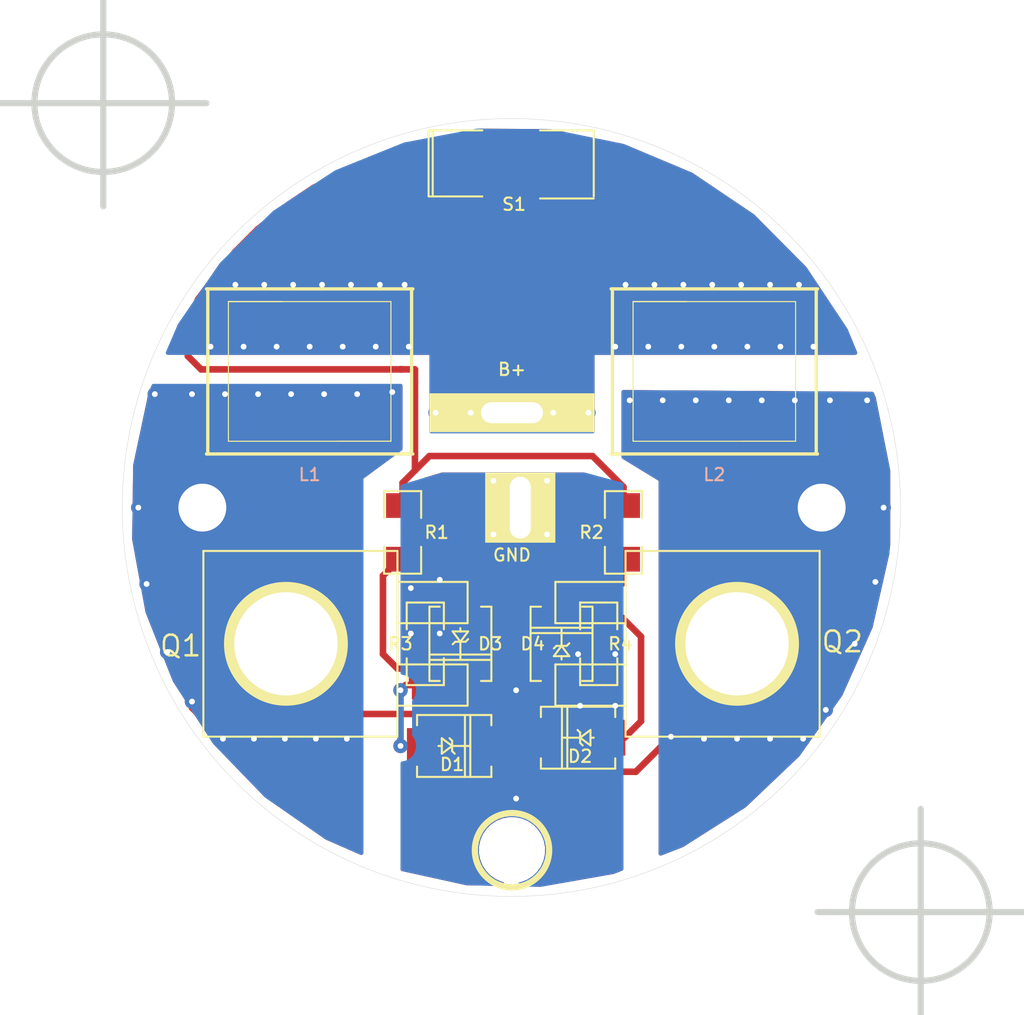
<source format=kicad_pcb>
(kicad_pcb (version 3) (host pcbnew "(2013-june-11)-stable")

  (general
    (links 35)
    (no_connects 0)
    (area 34.29 16.764 97.282 79.248)
    (thickness 1.6002)
    (drawings 3)
    (tracks 249)
    (zones 0)
    (modules 27)
    (nets 8)
  )

  (page A4)
  (title_block 
    (title "ET Driver")
    (rev 9J)
  )

  (layers
    (15 Front signal)
    (0 Back signal)
    (16 B.Adhes user hide)
    (17 F.Adhes user hide)
    (18 B.Paste user hide)
    (19 F.Paste user hide)
    (20 B.SilkS user hide)
    (21 F.SilkS user)
    (22 B.Mask user)
    (23 F.Mask user)
    (24 Dwgs.User user)
    (25 Cmts.User user hide)
    (26 Eco1.User user hide)
    (27 Eco2.User user hide)
    (28 Edge.Cuts user)
  )

  (setup
    (last_trace_width 0.4064)
    (user_trace_width 0.6096)
    (user_trace_width 0.8128)
    (user_trace_width 1.2192)
    (trace_clearance 0.3302)
    (zone_clearance 0.508)
    (zone_45_only no)
    (trace_min 0.3302)
    (segment_width 0.254)
    (edge_width 0.254)
    (via_size 0.889)
    (via_drill 0.3556)
    (via_min_size 0.889)
    (via_min_drill 0.3556)
    (uvia_size 0.508)
    (uvia_drill 0.127)
    (uvias_allowed no)
    (uvia_min_size 0.508)
    (uvia_min_drill 0.127)
    (pcb_text_width 0.3048)
    (pcb_text_size 1.524 2.032)
    (mod_edge_width 0.127)
    (mod_text_size 1.524 1.524)
    (mod_text_width 0.3048)
    (pad_size 1.778 3.048)
    (pad_drill 0)
    (pad_to_mask_clearance 0.254)
    (aux_axis_origin 0 0)
    (visible_elements FFFFBF9F)
    (pcbplotparams
      (layerselection 283148289)
      (usegerberextensions true)
      (excludeedgelayer true)
      (linewidth 0.150000)
      (plotframeref false)
      (viasonmask false)
      (mode 1)
      (useauxorigin false)
      (hpglpennumber 1)
      (hpglpenspeed 20)
      (hpglpendiameter 15)
      (hpglpenoverlay 0)
      (psnegative false)
      (psa4output false)
      (plotreference true)
      (plotvalue false)
      (plotothertext false)
      (plotinvisibletext false)
      (padsonsilk false)
      (subtractmaskfromsilk true)
      (outputformat 1)
      (mirror false)
      (drillshape 0)
      (scaleselection 1)
      (outputdirectory IH-10/IH10-SL/))
  )

  (net 0 "")
  (net 1 +BATT)
  (net 2 GND)
  (net 3 N-000002)
  (net 4 N-000004)
  (net 5 N-000005)
  (net 6 N-000006)
  (net 7 N-000007)

  (net_class Default "This is the default net class."
    (clearance 0.3302)
    (trace_width 0.4064)
    (via_dia 0.889)
    (via_drill 0.3556)
    (uvia_dia 0.508)
    (uvia_drill 0.127)
    (add_net "")
    (add_net +BATT)
    (add_net GND)
    (add_net N-000002)
    (add_net N-000004)
    (add_net N-000005)
    (add_net N-000006)
    (add_net N-000007)
  )

  (module DPAKGDS-TV-SL (layer Front) (tedit 55AE522A) (tstamp 5597B091)
    (at 61.1505 56.388 90)
    (tags "CMS DPACK")
    (path /52DDB130)
    (zone_connect 2)
    (fp_text reference Q1 (at -0.127 -15.748 180) (layer F.SilkS)
      (effects (font (size 1.27 1.27) (thickness 0.1524)))
    )
    (fp_text value MOSFET_N (at 0 -3.302 90) (layer F.SilkS) hide
      (effects (font (size 1.27 1.27) (thickness 0.1524)))
    )
    (fp_line (start 5.715 -14.351) (end 5.715 -2.413) (layer F.SilkS) (width 0.127))
    (fp_line (start 5.715 -2.413) (end -5.715 -2.413) (layer F.SilkS) (width 0.127))
    (fp_line (start -5.715 -2.413) (end -5.715 -14.351) (layer F.SilkS) (width 0.127))
    (fp_line (start -5.715 -14.351) (end 5.715 -14.351) (layer F.SilkS) (width 0.127))
    (fp_line (start -1.27 -2.413) (end -1.27 1.905) (layer F.SilkS) (width 0.127))
    (fp_line (start -1.27 1.905) (end -3.81 1.905) (layer F.SilkS) (width 0.127))
    (fp_line (start -3.81 1.905) (end -3.81 -2.413) (layer F.SilkS) (width 0.127))
    (fp_line (start 3.81 -2.413) (end 3.81 1.905) (layer F.SilkS) (width 0.127))
    (fp_line (start 3.81 1.905) (end 1.27 1.905) (layer F.SilkS) (width 0.127))
    (fp_line (start 1.27 1.905) (end 1.27 -2.413) (layer F.SilkS) (width 0.127))
    (pad D smd rect (at 0 -9.525 90) (size 10.668 8.89)
      (layers Front F.Paste F.Mask)
      (net 6 N-000006)
      (zone_connect 2)
    )
    (pad G smd rect (at -2.54 0 90) (size 1.778 3.048)
      (layers Front F.Paste F.Mask)
      (net 4 N-000004)
      (zone_connect 2)
    )
    (pad S smd rect (at 2.54 0 90) (size 1.778 3.048)
      (layers Front F.Paste F.Mask)
      (net 2 GND)
      (zone_connect 2)
    )
    (pad D thru_hole circle (at 0 -9.271 90) (size 7.62 7.62) (drill 6.35)
      (layers *.Cu F.SilkS F.Mask)
      (net 6 N-000006)
      (zone_connect 2)
    )
    (model smd/dpack_3.wrl
      (at (xyz 0 0 0))
      (scale (xyz 1 1 1))
      (rotate (xyz 0 0 0))
    )
  )

  (module SM2112L (layer Front) (tedit 556257A7) (tstamp 555E883C)
    (at 65.7352 26.8224)
    (attr smd)
    (fp_text reference S1 (at 0.1778 2.5146) (layer F.SilkS)
      (effects (font (size 0.762 0.762) (thickness 0.127)))
    )
    (fp_text value Val** (at -0.889 0 90) (layer F.SilkS) hide
      (effects (font (size 0.762 0.762) (thickness 0.1905)))
    )
    (fp_line (start -5.08 -2.032) (end -5.08 2.032) (layer F.SilkS) (width 0.127))
    (fp_line (start -4.826 -2.032) (end -4.826 2.032) (layer F.SilkS) (width 0.127))
    (fp_line (start -1.778 2.032) (end -5.08 2.032) (layer F.SilkS) (width 0.127))
    (fp_line (start -1.778 -2.032) (end -5.08 -2.032) (layer F.SilkS) (width 0.127))
    (fp_line (start 1.778 -2.032) (end 5.08 -2.032) (layer F.SilkS) (width 0.127))
    (fp_line (start 5.08 -2.032) (end 5.08 2.032) (layer F.SilkS) (width 0.127))
    (fp_line (start 5.08 2.159) (end 1.778 2.159) (layer F.SilkS) (width 0.127))
    (pad 2 smd rect (at 3.7084 0.0508) (size 2.032 3.302)
      (layers Front F.Paste F.Mask)
      (net 1 +BATT)
      (zone_connect 1)
    )
    (pad 1 smd rect (at -3.4544 0) (size 2.032 3.302)
      (layers Front F.Paste F.Mask)
      (net 5 N-000005)
    )
    (model smd/chip_cms.wrl
      (at (xyz 0 0 0))
      (scale (xyz 0.3 0.4 0.4))
      (rotate (xyz 0 0 0))
    )
  )

  (module Pad-ThermVia-Gnd (layer Front) (tedit 5597A943) (tstamp 555CEE29)
    (at 65.786 48.006)
    (descr "module 1 pin (ou trou mecanique de percage)")
    (tags DEV)
    (path 1pin)
    (fp_text reference GND (at 0 2.921) (layer F.SilkS)
      (effects (font (size 0.762 0.762) (thickness 0.127)))
    )
    (fp_text value "" (at 0 2.794) (layer F.SilkS) hide
      (effects (font (size 1.016 1.016) (thickness 0.254)))
    )
    (pad 1 thru_hole rect (at 0.508 0) (size 4.318 4.318) (drill oval 1.2954 3.81)
      (layers *.Cu F.SilkS F.Mask)
      (net 2 GND)
      (zone_connect 2)
    )
    (pad 1 thru_hole circle (at -1.143 1.651) (size 0.889 0.889) (drill 0.3556)
      (layers *.Cu F.Mask)
      (net 2 GND)
      (zone_connect 2)
    )
    (pad 1 thru_hole circle (at -1.143 -1.651) (size 0.889 0.889) (drill 0.3556)
      (layers *.Cu F.Mask)
      (net 2 GND)
      (zone_connect 2)
    )
    (pad 1 thru_hole circle (at 2.159 -1.651) (size 0.889 0.889) (drill 0.3556)
      (layers *.Cu F.Mask)
      (net 2 GND)
      (zone_connect 2)
    )
    (pad 1 thru_hole circle (at 2.159 1.651) (size 0.889 0.889) (drill 0.3556)
      (layers *.Cu F.Mask)
      (net 2 GND)
      (zone_connect 2)
    )
  )

  (module endcap   locked (layer Front) (tedit 5586DB5C) (tstamp 555C7DBF)
    (at 65.786 48.006)
    (fp_text reference endcap (at 0 0) (layer F.SilkS) hide
      (effects (font (size 1.5 1.5) (thickness 0.15)))
    )
    (fp_text value VAL** (at 0 0) (layer F.SilkS) hide
      (effects (font (size 1.5 1.5) (thickness 0.15)))
    )
    (pad "" thru_hole circle (at 19.05 0) (size 6.35 6.35) (drill 2.9464)
      (layers *.Cu *.Mask)
      (net 7 N-000007)
      (zone_connect 2)
    )
    (pad "" thru_hole circle (at -19.05 0) (size 6.35 6.35) (drill 2.9464)
      (layers *.Cu *.Mask)
      (net 6 N-000006)
      (zone_connect 2)
    )
  )

  (module inductor-coilcraft-xal1010-102 (layer Front) (tedit 55625652) (tstamp 5524B50A)
    (at 53.34 39.624 270)
    (descr "SMD INDUCTOR")
    (tags "SMD INDUCTOR")
    (path /52DDAEDB)
    (attr smd)
    (fp_text reference L1 (at 6.35 0 360) (layer B.SilkS)
      (effects (font (size 0.762 0.762) (thickness 0.127)))
    )
    (fp_text value INDUCTOR (at -1.45796 3.86334 270) (layer B.SilkS) hide
      (effects (font (size 1.27 1.27) (thickness 0.0889)))
    )
    (fp_line (start -4.29768 4.99872) (end -4.29768 1.69926) (layer F.SilkS) (width 0.06604))
    (fp_line (start 4.29768 -1.69926) (end 4.29768 -4.99872) (layer F.SilkS) (width 0.06604))
    (fp_line (start -4.29768 4.99872) (end 4.29768 4.99872) (layer F.SilkS) (width 0.06604))
    (fp_line (start 4.29768 4.99872) (end 4.29768 -4.99872) (layer F.SilkS) (width 0.06604))
    (fp_line (start -4.29768 -4.99872) (end 4.29768 -4.99872) (layer F.SilkS) (width 0.06604))
    (fp_line (start -4.29768 4.99872) (end -4.29768 -4.99872) (layer F.SilkS) (width 0.06604))
    (fp_line (start -5.08 -6.35) (end -5.08 6.35) (layer F.SilkS) (width 0.2032))
    (fp_line (start 5.08 6.35) (end 5.08 -6.35) (layer F.SilkS) (width 0.2032))
    (fp_line (start 5.08 -6.26872) (end -5.08 -6.26872) (layer F.SilkS) (width 0.2032))
    (fp_line (start 5.08 6.26872) (end -5.08 6.26872) (layer F.SilkS) (width 0.2032))
    (pad 1 smd rect (at -3.3274 0 270) (size 2.3876 11.303)
      (layers Front F.Paste F.Mask)
      (net 1 +BATT)
    )
    (pad 2 smd rect (at 3.3274 0 270) (size 2.3876 11.303)
      (layers Front F.Paste F.Mask)
      (net 6 N-000006)
    )
  )

  (module via (layer Front) (tedit 55324D26) (tstamp 55324D07)
    (at 72.009 54.61)
    (descr "module 1 pin (ou trou mecanique de percage)")
    (tags DEV)
    (path 1pin)
    (zone_connect 2)
    (fp_text reference "" (at 0 2.54) (layer F.SilkS) hide
      (effects (font (size 1.016 1.016) (thickness 0.254)))
    )
    (fp_text value "" (at 0 2.794) (layer F.SilkS) hide
      (effects (font (size 1.016 1.016) (thickness 0.254)))
    )
  )

  (module via (layer Front) (tedit 55324D10) (tstamp 5520A6B3)
    (at 70.739 54.61)
    (descr "module 1 pin (ou trou mecanique de percage)")
    (tags DEV)
    (path 1pin)
    (zone_connect 2)
    (fp_text reference "" (at 0 2.54) (layer F.SilkS) hide
      (effects (font (size 1.016 1.016) (thickness 0.254)))
    )
    (fp_text value "" (at 0 2.794) (layer F.SilkS) hide
      (effects (font (size 1.016 1.016) (thickness 0.254)))
    )
  )

  (module via (layer Front) (tedit 55324CDF) (tstamp 5520A698)
    (at 72.009 55.626)
    (descr "module 1 pin (ou trou mecanique de percage)")
    (tags DEV)
    (path 1pin)
    (zone_connect 2)
    (fp_text reference "" (at 0 2.54) (layer F.SilkS) hide
      (effects (font (size 1.016 1.016) (thickness 0.254)))
    )
    (fp_text value "" (at 0 2.794) (layer F.SilkS) hide
      (effects (font (size 1.016 1.016) (thickness 0.254)))
    )
  )

  (module via (layer Front) (tedit 55324CD4) (tstamp 5520A6A1)
    (at 70.739 55.626)
    (descr "module 1 pin (ou trou mecanique de percage)")
    (tags DEV)
    (path 1pin)
    (zone_connect 2)
    (fp_text reference "" (at 0 2.54) (layer F.SilkS) hide
      (effects (font (size 1.016 1.016) (thickness 0.254)))
    )
    (fp_text value "" (at 0 2.794) (layer F.SilkS) hide
      (effects (font (size 1.016 1.016) (thickness 0.254)))
    )
  )

  (module via (layer Front) (tedit 55324CAC) (tstamp 5520A6E7)
    (at 60.96 52.07)
    (descr "module 1 pin (ou trou mecanique de percage)")
    (tags DEV)
    (path 1pin)
    (zone_connect 2)
    (fp_text reference "" (at 0 2.54) (layer F.SilkS) hide
      (effects (font (size 1.016 1.016) (thickness 0.254)))
    )
    (fp_text value "" (at 0 2.794) (layer F.SilkS) hide
      (effects (font (size 1.016 1.016) (thickness 0.254)))
    )
  )

  (module via (layer Front) (tedit 55324CBB) (tstamp 551F435C)
    (at 62.23 52.07)
    (descr "module 1 pin (ou trou mecanique de percage)")
    (tags DEV)
    (path 1pin)
    (zone_connect 2)
    (fp_text reference "" (at 0 2.54) (layer F.SilkS) hide
      (effects (font (size 1.016 1.016) (thickness 0.254)))
    )
    (fp_text value "" (at 0 2.794) (layer F.SilkS) hide
      (effects (font (size 1.016 1.016) (thickness 0.254)))
    )
  )

  (module via (layer Front) (tedit 55324CC1) (tstamp 551F4353)
    (at 62.23 53.086)
    (descr "module 1 pin (ou trou mecanique de percage)")
    (tags DEV)
    (path 1pin)
    (zone_connect 2)
    (fp_text reference "" (at 0 2.54) (layer F.SilkS) hide
      (effects (font (size 1.016 1.016) (thickness 0.254)))
    )
    (fp_text value "" (at 0 2.794) (layer F.SilkS) hide
      (effects (font (size 1.016 1.016) (thickness 0.254)))
    )
  )

  (module DO214 (layer Front) (tedit 55959605) (tstamp 52E43FF0)
    (at 62.611 56.388 270)
    (descr "DO214AC PACKAGE. MONODIRECTIONAL.")
    (tags "DO214AC PACKAGE. MONODIRECTIONAL.")
    (path /52DDB1BE)
    (attr smd)
    (fp_text reference D3 (at 0 -1.8415 360) (layer F.SilkS)
      (effects (font (size 0.762 0.762) (thickness 0.127)))
    )
    (fp_text value ZENER (at 0.254 2.921 270) (layer F.SilkS) hide
      (effects (font (size 1.27 1.27) (thickness 0.0889)))
    )
    (fp_line (start -0.762 0) (end -0.9652 0) (layer F.SilkS) (width 0.127))
    (fp_line (start -2.286 -1.905) (end 2.286 -1.905) (layer F.SilkS) (width 0.127))
    (fp_line (start 2.286 -1.905) (end 2.286 -1.27) (layer F.SilkS) (width 0.127))
    (fp_line (start 0.6604 1.905) (end 0.6604 -1.905) (layer F.SilkS) (width 0.127))
    (fp_line (start 0.9906 1.905) (end 0.9906 -1.905) (layer F.SilkS) (width 0.127))
    (fp_line (start -2.286 1.27) (end -2.286 1.905) (layer F.SilkS) (width 0.127))
    (fp_line (start -2.286 1.905) (end 2.286 1.905) (layer F.SilkS) (width 0.127))
    (fp_line (start 2.286 1.905) (end 2.286 1.27) (layer F.SilkS) (width 0.127))
    (fp_line (start -2.286 -1.27) (end -2.286 -1.905) (layer F.SilkS) (width 0.127))
    (fp_line (start -0.127 0) (end -0.762 -0.47498) (layer F.SilkS) (width 0.127))
    (fp_line (start -0.762 -0.47498) (end -0.762 0) (layer F.SilkS) (width 0.127))
    (fp_line (start -0.762 0) (end -0.762 0.47498) (layer F.SilkS) (width 0.127))
    (fp_line (start -0.762 0.47498) (end -0.127 0) (layer F.SilkS) (width 0.127))
    (fp_line (start -0.127 0) (end -0.127 -0.3175) (layer F.SilkS) (width 0.127))
    (fp_line (start -0.127 -0.3175) (end -0.28448 -0.47498) (layer F.SilkS) (width 0.127))
    (fp_line (start -0.127 0) (end -0.127 0.3175) (layer F.SilkS) (width 0.127))
    (fp_line (start -0.127 0.3175) (end 0.03048 0.47498) (layer F.SilkS) (width 0.127))
    (fp_line (start -0.127 0) (end 0.98298 0) (layer F.SilkS) (width 0.127))
    (pad 1 smd rect (at -2.0066 0 270) (size 1.80086 2.19964)
      (layers Front F.Paste F.Mask)
      (net 2 GND)
    )
    (pad 2 smd rect (at 2.0066 0 270) (size 1.80086 2.19964)
      (layers Front F.Paste F.Mask)
      (net 4 N-000004)
    )
    (model smd/do214.wrl
      (at (xyz 0 0 0))
      (scale (xyz 1 1 1))
      (rotate (xyz 0 0 0))
    )
  )

  (module DO214 (layer Front) (tedit 559595F0) (tstamp 5516D487)
    (at 68.834 56.388 90)
    (descr "DO214AC PACKAGE. MONODIRECTIONAL.")
    (tags "DO214AC PACKAGE. MONODIRECTIONAL.")
    (path /52DDB1DC)
    (attr smd)
    (fp_text reference D4 (at 0 -1.778 180) (layer F.SilkS)
      (effects (font (size 0.762 0.762) (thickness 0.127)))
    )
    (fp_text value ZENER (at 0.254 2.921 90) (layer F.SilkS) hide
      (effects (font (size 1.27 1.27) (thickness 0.0889)))
    )
    (fp_line (start -0.762 0) (end -0.9652 0) (layer F.SilkS) (width 0.127))
    (fp_line (start -2.286 -1.905) (end 2.286 -1.905) (layer F.SilkS) (width 0.127))
    (fp_line (start 2.286 -1.905) (end 2.286 -1.27) (layer F.SilkS) (width 0.127))
    (fp_line (start 0.6604 1.905) (end 0.6604 -1.905) (layer F.SilkS) (width 0.127))
    (fp_line (start 0.9906 1.905) (end 0.9906 -1.905) (layer F.SilkS) (width 0.127))
    (fp_line (start -2.286 1.27) (end -2.286 1.905) (layer F.SilkS) (width 0.127))
    (fp_line (start -2.286 1.905) (end 2.286 1.905) (layer F.SilkS) (width 0.127))
    (fp_line (start 2.286 1.905) (end 2.286 1.27) (layer F.SilkS) (width 0.127))
    (fp_line (start -2.286 -1.27) (end -2.286 -1.905) (layer F.SilkS) (width 0.127))
    (fp_line (start -0.127 0) (end -0.762 -0.47498) (layer F.SilkS) (width 0.127))
    (fp_line (start -0.762 -0.47498) (end -0.762 0) (layer F.SilkS) (width 0.127))
    (fp_line (start -0.762 0) (end -0.762 0.47498) (layer F.SilkS) (width 0.127))
    (fp_line (start -0.762 0.47498) (end -0.127 0) (layer F.SilkS) (width 0.127))
    (fp_line (start -0.127 0) (end -0.127 -0.3175) (layer F.SilkS) (width 0.127))
    (fp_line (start -0.127 -0.3175) (end -0.28448 -0.47498) (layer F.SilkS) (width 0.127))
    (fp_line (start -0.127 0) (end -0.127 0.3175) (layer F.SilkS) (width 0.127))
    (fp_line (start -0.127 0.3175) (end 0.03048 0.47498) (layer F.SilkS) (width 0.127))
    (fp_line (start -0.127 0) (end 0.98298 0) (layer F.SilkS) (width 0.127))
    (pad 1 smd rect (at -2.0066 0 90) (size 1.80086 2.19964)
      (layers Front F.Paste F.Mask)
      (net 2 GND)
    )
    (pad 2 smd rect (at 2.0066 0 90) (size 1.80086 2.19964)
      (layers Front F.Paste F.Mask)
      (net 3 N-000002)
    )
    (model smd/do214.wrl
      (at (xyz 0 0 0))
      (scale (xyz 1 1 1))
      (rotate (xyz 0 0 0))
    )
  )

  (module SM1206 (layer Front) (tedit 559595B2) (tstamp 52AB74E6)
    (at 72.644 49.53 270)
    (path /52DDB78E)
    (attr smd)
    (fp_text reference R2 (at 0 1.9685 360) (layer F.SilkS)
      (effects (font (size 0.762 0.762) (thickness 0.127)))
    )
    (fp_text value 270 (at 0 0 270) (layer F.SilkS) hide
      (effects (font (size 0.762 0.762) (thickness 0.127)))
    )
    (fp_line (start -2.54 -1.143) (end -2.54 1.143) (layer F.SilkS) (width 0.127))
    (fp_line (start -2.54 1.143) (end -0.889 1.143) (layer F.SilkS) (width 0.127))
    (fp_line (start 0.889 -1.143) (end 2.54 -1.143) (layer F.SilkS) (width 0.127))
    (fp_line (start 2.54 -1.143) (end 2.54 1.143) (layer F.SilkS) (width 0.127))
    (fp_line (start 2.54 1.143) (end 0.889 1.143) (layer F.SilkS) (width 0.127))
    (fp_line (start -0.889 -1.143) (end -2.54 -1.143) (layer F.SilkS) (width 0.127))
    (pad 1 smd rect (at -1.651 0 270) (size 1.524 2.032)
      (layers Front F.Paste F.Mask)
      (net 5 N-000005)
    )
    (pad 2 smd rect (at 1.651 0 270) (size 1.524 2.032)
      (layers Front F.Paste F.Mask)
      (net 3 N-000002)
    )
    (model smd/chip_cms.wrl
      (at (xyz 0 0 0))
      (scale (xyz 0.17 0.16 0.16))
      (rotate (xyz 0 0 0))
    )
  )

  (module DO214 (layer Front) (tedit 556255AB) (tstamp 52E43ECD)
    (at 69.85 62.1665 180)
    (descr "DO214AC PACKAGE. MONODIRECTIONAL.")
    (tags "DO214AC PACKAGE. MONODIRECTIONAL.")
    (path /52DDB383)
    (attr smd)
    (fp_text reference D2 (at -0.127 -1.143 180) (layer F.SilkS)
      (effects (font (size 0.762 0.762) (thickness 0.127)))
    )
    (fp_text value DIODE (at 0.254 2.921 180) (layer F.SilkS) hide
      (effects (font (size 1.27 1.27) (thickness 0.0889)))
    )
    (fp_line (start -0.762 0) (end -0.9652 0) (layer F.SilkS) (width 0.127))
    (fp_line (start -2.286 -1.905) (end 2.286 -1.905) (layer F.SilkS) (width 0.127))
    (fp_line (start 2.286 -1.905) (end 2.286 -1.27) (layer F.SilkS) (width 0.127))
    (fp_line (start 0.6604 1.905) (end 0.6604 -1.905) (layer F.SilkS) (width 0.127))
    (fp_line (start 0.9906 1.905) (end 0.9906 -1.905) (layer F.SilkS) (width 0.127))
    (fp_line (start -2.286 1.27) (end -2.286 1.905) (layer F.SilkS) (width 0.127))
    (fp_line (start -2.286 1.905) (end 2.286 1.905) (layer F.SilkS) (width 0.127))
    (fp_line (start 2.286 1.905) (end 2.286 1.27) (layer F.SilkS) (width 0.127))
    (fp_line (start -2.286 -1.27) (end -2.286 -1.905) (layer F.SilkS) (width 0.127))
    (fp_line (start -0.127 0) (end -0.762 -0.47498) (layer F.SilkS) (width 0.127))
    (fp_line (start -0.762 -0.47498) (end -0.762 0) (layer F.SilkS) (width 0.127))
    (fp_line (start -0.762 0) (end -0.762 0.47498) (layer F.SilkS) (width 0.127))
    (fp_line (start -0.762 0.47498) (end -0.127 0) (layer F.SilkS) (width 0.127))
    (fp_line (start -0.127 0) (end -0.127 -0.3175) (layer F.SilkS) (width 0.127))
    (fp_line (start -0.127 -0.3175) (end -0.28448 -0.47498) (layer F.SilkS) (width 0.127))
    (fp_line (start -0.127 0) (end -0.127 0.3175) (layer F.SilkS) (width 0.127))
    (fp_line (start -0.127 0.3175) (end 0.03048 0.47498) (layer F.SilkS) (width 0.127))
    (fp_line (start -0.127 0) (end 0.98298 0) (layer F.SilkS) (width 0.127))
    (pad 1 smd rect (at -2.0066 0 180) (size 1.80086 2.19964)
      (layers Front F.Paste F.Mask)
      (net 3 N-000002)
    )
    (pad 2 smd rect (at 2.0066 0 180) (size 1.80086 2.19964)
      (layers Front F.Paste F.Mask)
      (net 6 N-000006)
    )
    (model smd/do214.wrl
      (at (xyz 0 0 0))
      (scale (xyz 1 1 1))
      (rotate (xyz 0 0 0))
    )
  )

  (module DO214 (layer Front) (tedit 5562555C) (tstamp 52AB7D18)
    (at 62.23 62.6745)
    (descr "DO214AC PACKAGE. MONODIRECTIONAL.")
    (tags "DO214AC PACKAGE. MONODIRECTIONAL.")
    (path /52DDB301)
    (attr smd)
    (fp_text reference D1 (at -0.127 1.143) (layer F.SilkS)
      (effects (font (size 0.762 0.762) (thickness 0.127)))
    )
    (fp_text value DIODE (at 0.254 2.921) (layer F.SilkS) hide
      (effects (font (size 1.27 1.27) (thickness 0.0889)))
    )
    (fp_line (start -0.762 0) (end -0.9652 0) (layer F.SilkS) (width 0.127))
    (fp_line (start -2.286 -1.905) (end 2.286 -1.905) (layer F.SilkS) (width 0.127))
    (fp_line (start 2.286 -1.905) (end 2.286 -1.27) (layer F.SilkS) (width 0.127))
    (fp_line (start 0.6604 1.905) (end 0.6604 -1.905) (layer F.SilkS) (width 0.127))
    (fp_line (start 0.9906 1.905) (end 0.9906 -1.905) (layer F.SilkS) (width 0.127))
    (fp_line (start -2.286 1.27) (end -2.286 1.905) (layer F.SilkS) (width 0.127))
    (fp_line (start -2.286 1.905) (end 2.286 1.905) (layer F.SilkS) (width 0.127))
    (fp_line (start 2.286 1.905) (end 2.286 1.27) (layer F.SilkS) (width 0.127))
    (fp_line (start -2.286 -1.27) (end -2.286 -1.905) (layer F.SilkS) (width 0.127))
    (fp_line (start -0.127 0) (end -0.762 -0.47498) (layer F.SilkS) (width 0.127))
    (fp_line (start -0.762 -0.47498) (end -0.762 0) (layer F.SilkS) (width 0.127))
    (fp_line (start -0.762 0) (end -0.762 0.47498) (layer F.SilkS) (width 0.127))
    (fp_line (start -0.762 0.47498) (end -0.127 0) (layer F.SilkS) (width 0.127))
    (fp_line (start -0.127 0) (end -0.127 -0.3175) (layer F.SilkS) (width 0.127))
    (fp_line (start -0.127 -0.3175) (end -0.28448 -0.47498) (layer F.SilkS) (width 0.127))
    (fp_line (start -0.127 0) (end -0.127 0.3175) (layer F.SilkS) (width 0.127))
    (fp_line (start -0.127 0.3175) (end 0.03048 0.47498) (layer F.SilkS) (width 0.127))
    (fp_line (start -0.127 0) (end 0.98298 0) (layer F.SilkS) (width 0.127))
    (pad 1 smd rect (at -2.0066 0) (size 1.80086 2.19964)
      (layers Front F.Paste F.Mask)
      (net 4 N-000004)
    )
    (pad 2 smd rect (at 2.0066 0) (size 1.80086 2.19964)
      (layers Front F.Paste F.Mask)
      (net 7 N-000007)
    )
    (model smd/do214.wrl
      (at (xyz 0 0 0))
      (scale (xyz 1 1 1))
      (rotate (xyz 0 0 0))
    )
  )

  (module SM1206 (layer Front) (tedit 55959627) (tstamp 531E1973)
    (at 60.452 56.388 90)
    (path /531E1DC6)
    (attr smd)
    (fp_text reference R3 (at 0 -1.524 180) (layer F.SilkS)
      (effects (font (size 0.762 0.762) (thickness 0.127)))
    )
    (fp_text value 10K (at 0 0 90) (layer F.SilkS) hide
      (effects (font (size 0.762 0.762) (thickness 0.127)))
    )
    (fp_line (start -2.54 -1.143) (end -2.54 1.143) (layer F.SilkS) (width 0.127))
    (fp_line (start -2.54 1.143) (end -0.889 1.143) (layer F.SilkS) (width 0.127))
    (fp_line (start 0.889 -1.143) (end 2.54 -1.143) (layer F.SilkS) (width 0.127))
    (fp_line (start 2.54 -1.143) (end 2.54 1.143) (layer F.SilkS) (width 0.127))
    (fp_line (start 2.54 1.143) (end 0.889 1.143) (layer F.SilkS) (width 0.127))
    (fp_line (start -0.889 -1.143) (end -2.54 -1.143) (layer F.SilkS) (width 0.127))
    (pad 1 smd rect (at -1.651 0 90) (size 1.524 2.032)
      (layers Front F.Paste F.Mask)
      (net 4 N-000004)
    )
    (pad 2 smd rect (at 1.651 0 90) (size 1.524 2.032)
      (layers Front F.Paste F.Mask)
      (net 2 GND)
    )
    (model smd/chip_cms.wrl
      (at (xyz 0 0 0))
      (scale (xyz 0.17 0.16 0.16))
      (rotate (xyz 0 0 0))
    )
  )

  (module SM1206 (layer Front) (tedit 55959640) (tstamp 531E1CCB)
    (at 71.12 56.388 270)
    (path /531E1DD4)
    (attr smd)
    (fp_text reference R4 (at 0 -1.3335 360) (layer F.SilkS)
      (effects (font (size 0.762 0.762) (thickness 0.127)))
    )
    (fp_text value 10K (at 0 0 270) (layer F.SilkS) hide
      (effects (font (size 0.762 0.762) (thickness 0.127)))
    )
    (fp_line (start -2.54 -1.143) (end -2.54 1.143) (layer F.SilkS) (width 0.127))
    (fp_line (start -2.54 1.143) (end -0.889 1.143) (layer F.SilkS) (width 0.127))
    (fp_line (start 0.889 -1.143) (end 2.54 -1.143) (layer F.SilkS) (width 0.127))
    (fp_line (start 2.54 -1.143) (end 2.54 1.143) (layer F.SilkS) (width 0.127))
    (fp_line (start 2.54 1.143) (end 0.889 1.143) (layer F.SilkS) (width 0.127))
    (fp_line (start -0.889 -1.143) (end -2.54 -1.143) (layer F.SilkS) (width 0.127))
    (pad 1 smd rect (at -1.651 0 270) (size 1.524 2.032)
      (layers Front F.Paste F.Mask)
      (net 3 N-000002)
    )
    (pad 2 smd rect (at 1.651 0 270) (size 1.524 2.032)
      (layers Front F.Paste F.Mask)
      (net 2 GND)
    )
    (model smd/chip_cms.wrl
      (at (xyz 0 0 0))
      (scale (xyz 0.17 0.16 0.16))
      (rotate (xyz 0 0 0))
    )
  )

  (module SM1206 (layer Front) (tedit 55959597) (tstamp 5388EA5B)
    (at 59.055 49.53 270)
    (path /52DDB77B)
    (attr smd)
    (fp_text reference R1 (at 0 -2.0955 360) (layer F.SilkS)
      (effects (font (size 0.762 0.762) (thickness 0.127)))
    )
    (fp_text value 270 (at 0 0 270) (layer F.SilkS) hide
      (effects (font (size 0.762 0.762) (thickness 0.127)))
    )
    (fp_line (start -2.54 -1.143) (end -2.54 1.143) (layer F.SilkS) (width 0.127))
    (fp_line (start -2.54 1.143) (end -0.889 1.143) (layer F.SilkS) (width 0.127))
    (fp_line (start 0.889 -1.143) (end 2.54 -1.143) (layer F.SilkS) (width 0.127))
    (fp_line (start 2.54 -1.143) (end 2.54 1.143) (layer F.SilkS) (width 0.127))
    (fp_line (start 2.54 1.143) (end 0.889 1.143) (layer F.SilkS) (width 0.127))
    (fp_line (start -0.889 -1.143) (end -2.54 -1.143) (layer F.SilkS) (width 0.127))
    (pad 1 smd rect (at -1.651 0 270) (size 1.524 2.032)
      (layers Front F.Paste F.Mask)
      (net 5 N-000005)
    )
    (pad 2 smd rect (at 1.651 0 270) (size 1.524 2.032)
      (layers Front F.Paste F.Mask)
      (net 4 N-000004)
    )
    (model smd/chip_cms.wrl
      (at (xyz 0 0 0))
      (scale (xyz 0.17 0.16 0.16))
      (rotate (xyz 0 0 0))
    )
  )

  (module via (layer Front) (tedit 55324CCB) (tstamp 5518EDB0)
    (at 59.944 55.372)
    (descr "module 1 pin (ou trou mecanique de percage)")
    (tags DEV)
    (path 1pin)
    (zone_connect 2)
    (fp_text reference "" (at 0 2.54) (layer F.SilkS) hide
      (effects (font (size 1.016 1.016) (thickness 0.254)))
    )
    (fp_text value "" (at 0 2.794) (layer F.SilkS) hide
      (effects (font (size 1.016 1.016) (thickness 0.254)))
    )
  )

  (module via (layer Front) (tedit 552459C5) (tstamp 5518EDC2)
    (at 67.564 61.468)
    (descr "module 1 pin (ou trou mecanique de percage)")
    (tags DEV)
    (path 1pin)
    (zone_connect 2)
    (fp_text reference "" (at 0 2.54) (layer F.SilkS) hide
      (effects (font (size 1.016 1.016) (thickness 0.254)))
    )
    (fp_text value "" (at 0 2.794) (layer F.SilkS) hide
      (effects (font (size 1.016 1.016) (thickness 0.254)))
    )
  )

  (module via (layer Front) (tedit 552459D2) (tstamp 5518EDCB)
    (at 71.882 56.388)
    (descr "module 1 pin (ou trou mecanique de percage)")
    (tags DEV)
    (path 1pin)
    (zone_connect 2)
    (fp_text reference "" (at 0 2.54) (layer F.SilkS) hide
      (effects (font (size 1.016 1.016) (thickness 0.254)))
    )
    (fp_text value "" (at 0 2.794) (layer F.SilkS) hide
      (effects (font (size 1.016 1.016) (thickness 0.254)))
    )
  )

  (module inductor-coilcraft-xal1010-102 (layer Front) (tedit 556256AD) (tstamp 5521D631)
    (at 78.232 39.624 270)
    (descr "SMD INDUCTOR")
    (tags "SMD INDUCTOR")
    (path /52DDAEDB)
    (attr smd)
    (fp_text reference L2 (at 6.35 0 360) (layer B.SilkS)
      (effects (font (size 0.762 0.762) (thickness 0.127)))
    )
    (fp_text value INDUCTOR (at -1.45796 3.86334 270) (layer B.SilkS) hide
      (effects (font (size 1.27 1.27) (thickness 0.0889)))
    )
    (fp_line (start -4.29768 4.99872) (end -4.29768 1.69926) (layer F.SilkS) (width 0.06604))
    (fp_line (start 4.29768 -1.69926) (end 4.29768 -4.99872) (layer F.SilkS) (width 0.06604))
    (fp_line (start -4.29768 4.99872) (end 4.29768 4.99872) (layer F.SilkS) (width 0.06604))
    (fp_line (start 4.29768 4.99872) (end 4.29768 -4.99872) (layer F.SilkS) (width 0.06604))
    (fp_line (start -4.29768 -4.99872) (end 4.29768 -4.99872) (layer F.SilkS) (width 0.06604))
    (fp_line (start -4.29768 4.99872) (end -4.29768 -4.99872) (layer F.SilkS) (width 0.06604))
    (fp_line (start -5.08 -6.35) (end -5.08 6.35) (layer F.SilkS) (width 0.2032))
    (fp_line (start 5.08 6.35) (end 5.08 -6.35) (layer F.SilkS) (width 0.2032))
    (fp_line (start 5.08 -6.26872) (end -5.08 -6.26872) (layer F.SilkS) (width 0.2032))
    (fp_line (start 5.08 6.26872) (end -5.08 6.26872) (layer F.SilkS) (width 0.2032))
    (pad 1 smd rect (at -3.3274 0 270) (size 2.3876 11.303)
      (layers Front F.Paste F.Mask)
      (net 1 +BATT)
    )
    (pad 2 smd rect (at 3.3274 0 270) (size 2.3876 11.303)
      (layers Front F.Paste F.Mask)
      (net 7 N-000007)
    )
  )

  (module Pad-ThermVia (layer Front) (tedit 5597A926) (tstamp 555C7C52)
    (at 65.786 42.164)
    (descr "module 1 pin (ou trou mecanique de percage)")
    (tags DEV)
    (path 1pin)
    (fp_text reference B+ (at 0 -2.667) (layer F.SilkS)
      (effects (font (size 0.762 0.762) (thickness 0.127)))
    )
    (fp_text value "" (at 0 2.794) (layer F.SilkS) hide
      (effects (font (size 1.016 1.016) (thickness 0.254)))
    )
    (pad 1 thru_hole rect (at 0 0) (size 10.16 2.3876) (drill oval 3.81 1.2954)
      (layers *.Cu F.SilkS F.Mask)
      (net 1 +BATT)
      (zone_connect 2)
    )
    (pad 1 thru_hole circle (at -2.54 0) (size 0.889 0.889) (drill 0.3556)
      (layers *.Cu F.Mask)
      (net 1 +BATT)
      (zone_connect 2)
    )
    (pad 1 thru_hole circle (at -4.699 0) (size 0.889 0.889) (drill 0.3556)
      (layers *.Cu F.Mask)
      (net 1 +BATT)
      (zone_connect 2)
    )
    (pad 1 thru_hole circle (at 2.54 0) (size 0.889 0.889) (drill 0.3556)
      (layers *.Cu F.Mask)
      (net 1 +BATT)
      (zone_connect 2)
    )
    (pad 1 thru_hole circle (at 4.699 0) (size 0.889 0.889) (drill 0.3556)
      (layers *.Cu F.Mask)
      (net 1 +BATT)
      (zone_connect 2)
    )
  )

  (module 1pin (layer Front) (tedit 5595B402) (tstamp 55874155)
    (at 65.786 69.088)
    (descr "module 1 pin (ou trou mecanique de percage)")
    (tags DEV)
    (path 1pin)
    (zone_connect 0)
    (fp_text reference mount (at 0 -3.048) (layer F.SilkS) hide
      (effects (font (size 1.016 1.016) (thickness 0.254)))
    )
    (fp_text value P*** (at 0 2.794) (layer F.SilkS) hide
      (effects (font (size 1.016 1.016) (thickness 0.254)))
    )
    (fp_circle (center 0 0) (end 0 -2.286) (layer F.SilkS) (width 0.381))
    (pad "" np_thru_hole circle (at 0 0) (size 3.048 3.048) (drill 3.048)
      (layers *.Cu *.Mask F.SilkS)
      (zone_connect 0)
    )
  )

  (module DPAKGDS-TV-SL-Q1 (layer Front) (tedit 55AE53E7) (tstamp 55AEAF38)
    (at 70.358 56.388 270)
    (tags "CMS DPACK")
    (path /52DDB130)
    (zone_connect 2)
    (fp_text reference Q2 (at -0.127 -15.748 360) (layer F.SilkS)
      (effects (font (size 1.27 1.27) (thickness 0.1524)))
    )
    (fp_text value MOSFET_N (at 0 -3.302 270) (layer F.SilkS) hide
      (effects (font (size 1.27 1.27) (thickness 0.1524)))
    )
    (fp_line (start 5.715 -14.351) (end 5.715 -2.413) (layer F.SilkS) (width 0.127))
    (fp_line (start 5.715 -2.413) (end -5.715 -2.413) (layer F.SilkS) (width 0.127))
    (fp_line (start -5.715 -2.413) (end -5.715 -14.351) (layer F.SilkS) (width 0.127))
    (fp_line (start -5.715 -14.351) (end 5.715 -14.351) (layer F.SilkS) (width 0.127))
    (fp_line (start -1.27 -2.413) (end -1.27 1.905) (layer F.SilkS) (width 0.127))
    (fp_line (start -1.27 1.905) (end -3.81 1.905) (layer F.SilkS) (width 0.127))
    (fp_line (start -3.81 1.905) (end -3.81 -2.413) (layer F.SilkS) (width 0.127))
    (fp_line (start 3.81 -2.413) (end 3.81 1.905) (layer F.SilkS) (width 0.127))
    (fp_line (start 3.81 1.905) (end 1.27 1.905) (layer F.SilkS) (width 0.127))
    (fp_line (start 1.27 1.905) (end 1.27 -2.413) (layer F.SilkS) (width 0.127))
    (pad D smd rect (at 0 -9.525 270) (size 10.668 8.89)
      (layers Front F.Paste F.Mask)
      (net 7 N-000007)
      (zone_connect 2)
    )
    (pad G smd rect (at -2.54 0 270) (size 1.778 3.048)
      (layers Front F.Paste F.Mask)
      (net 3 N-000002)
      (zone_connect 2)
    )
    (pad S smd rect (at 2.54 0 270) (size 1.778 3.048)
      (layers Front F.Paste F.Mask)
      (net 2 GND)
      (zone_connect 2)
    )
    (pad D thru_hole circle (at 0 -9.271 270) (size 7.62 7.62) (drill 6.35)
      (layers *.Cu F.SilkS F.Mask)
      (net 7 N-000007)
      (zone_connect 2)
    )
    (model smd/dpack_3.wrl
      (at (xyz 0 0 0))
      (scale (xyz 1 1 1))
      (rotate (xyz 0 0 0))
    )
  )

  (gr_circle (center 65.75044 47.99838) (end 89.49944 50.99812) (layer Edge.Cuts) (width 0.0254))
  (target plus (at 90.932 72.898) (size 12.7) (width 0.381) (layer Edge.Cuts))
  (target plus (at 40.64 23.114) (size 12.7) (width 0.381) (layer Edge.Cuts))

  (via (at 66.04 59.2455) (size 0.889) (layers Front Back) (net 0))
  (via (at 66.04 65.913) (size 0.889) (layers Front Back) (net 0))
  (segment (start 66.04 59.2455) (end 66.04 65.913) (width 0.4064) (layer Back) (net 0) (tstamp 559657EC))
  (via (at 72.771 34.29) (size 0.889) (layers Front Back) (net 1))
  (segment (start 72.771 34.29) (end 74.549 34.29) (width 0.4064) (layer Back) (net 1) (tstamp 5521D79C))
  (via (at 74.549 34.29) (size 0.889) (layers Front Back) (net 1))
  (segment (start 76.327 34.29) (end 74.549 34.29) (width 0.4064) (layer Front) (net 1) (tstamp 5521D799))
  (via (at 76.327 34.29) (size 0.889) (layers Front Back) (net 1))
  (segment (start 78.105 34.29) (end 76.327 34.29) (width 0.4064) (layer Back) (net 1) (tstamp 5521D796))
  (via (at 78.105 34.29) (size 0.889) (layers Front Back) (net 1))
  (segment (start 79.883 34.29) (end 78.105 34.29) (width 0.4064) (layer Front) (net 1) (tstamp 5521D793))
  (via (at 79.883 34.29) (size 0.889) (layers Front Back) (net 1))
  (segment (start 81.661 34.29) (end 79.883 34.29) (width 0.4064) (layer Back) (net 1) (tstamp 5521D790))
  (via (at 81.661 34.29) (size 0.889) (layers Front Back) (net 1))
  (segment (start 83.439 34.29) (end 81.661 34.29) (width 0.4064) (layer Front) (net 1) (tstamp 5521D78D))
  (via (at 83.439 34.29) (size 0.889) (layers Front Back) (net 1))
  (via (at 59.182 34.29) (size 0.889) (layers Front Back) (net 1))
  (segment (start 59.182 34.29) (end 57.658 34.29) (width 0.4064) (layer Back) (net 1) (tstamp 5521D76F))
  (via (at 57.658 34.29) (size 0.889) (layers Front Back) (net 1))
  (segment (start 55.88 34.29) (end 57.658 34.29) (width 0.4064) (layer Front) (net 1) (tstamp 5521D76C))
  (via (at 55.88 34.29) (size 0.889) (layers Front Back) (net 1))
  (segment (start 54.102 34.29) (end 55.88 34.29) (width 0.4064) (layer Back) (net 1) (tstamp 5521D769))
  (via (at 54.102 34.29) (size 0.889) (layers Front Back) (net 1))
  (segment (start 52.324 34.29) (end 54.102 34.29) (width 0.4064) (layer Front) (net 1) (tstamp 5521D766))
  (via (at 52.324 34.29) (size 0.889) (layers Front Back) (net 1))
  (segment (start 50.546 34.29) (end 52.324 34.29) (width 0.4064) (layer Back) (net 1) (tstamp 5521D763))
  (via (at 50.546 34.29) (size 0.889) (layers Front Back) (net 1))
  (segment (start 48.768 34.29) (end 50.546 34.29) (width 0.4064) (layer Front) (net 1) (tstamp 5521D760))
  (via (at 48.768 34.29) (size 0.889) (layers Front Back) (net 1))
  (segment (start 53.34 36.2966) (end 53.34 35.052) (width 0.4064) (layer Front) (net 1))
  (segment (start 53.34 35.052) (end 54.102 34.29) (width 0.4064) (layer Front) (net 1) (tstamp 55625BF9))
  (segment (start 78.232 36.2966) (end 78.232 34.417) (width 0.4064) (layer Front) (net 1))
  (segment (start 78.232 34.417) (end 78.105 34.29) (width 0.4064) (layer Front) (net 1) (tstamp 55625BC6))
  (segment (start 78.232 38.1) (end 78.232 36.2966) (width 0.4064) (layer Front) (net 1))
  (segment (start 53.34 38.1) (end 53.34 36.2966) (width 0.4064) (layer Front) (net 1))
  (via (at 72.136 38.1) (size 0.889) (layers Front Back) (net 1))
  (via (at 84.328 38.1) (size 0.889) (layers Front Back) (net 1))
  (segment (start 84.328 38.1) (end 82.296 38.1) (width 0.4064) (layer Front) (net 1) (tstamp 5521D784))
  (via (at 82.296 38.1) (size 0.889) (layers Front Back) (net 1))
  (segment (start 80.264 38.1) (end 82.296 38.1) (width 0.4064) (layer Back) (net 1) (tstamp 5521D781))
  (via (at 80.264 38.1) (size 0.889) (layers Front Back) (net 1))
  (segment (start 78.232 38.1) (end 80.264 38.1) (width 0.4064) (layer Front) (net 1) (tstamp 5521D77E))
  (via (at 78.232 38.1) (size 0.889) (layers Front Back) (net 1))
  (segment (start 76.2 38.1) (end 78.232 38.1) (width 0.4064) (layer Back) (net 1) (tstamp 5521D77B))
  (via (at 76.2 38.1) (size 0.889) (layers Front Back) (net 1))
  (segment (start 74.168 38.1) (end 76.2 38.1) (width 0.4064) (layer Front) (net 1) (tstamp 5521D778))
  (via (at 74.168 38.1) (size 0.889) (layers Front Back) (net 1))
  (segment (start 74.168 38.1) (end 72.136 38.1) (width 0.4064) (layer Back) (net 1) (tstamp 5521D775))
  (via (at 47.244 38.1) (size 0.889) (layers Front Back) (net 1))
  (via (at 59.436 38.1) (size 0.889) (layers Front Back) (net 1))
  (segment (start 59.436 38.1) (end 57.404 38.1) (width 0.4064) (layer Back) (net 1) (tstamp 5521D742))
  (via (at 57.404 38.1) (size 0.889) (layers Front Back) (net 1))
  (segment (start 55.372 38.1) (end 57.404 38.1) (width 0.4064) (layer Front) (net 1) (tstamp 5521D73F))
  (via (at 55.372 38.1) (size 0.889) (layers Front Back) (net 1))
  (segment (start 53.34 38.1) (end 55.372 38.1) (width 0.4064) (layer Back) (net 1) (tstamp 5521D73C))
  (via (at 53.34 38.1) (size 0.889) (layers Front Back) (net 1))
  (segment (start 51.308 38.1) (end 53.34 38.1) (width 0.4064) (layer Front) (net 1) (tstamp 5521D739))
  (via (at 51.308 38.1) (size 0.889) (layers Front Back) (net 1))
  (segment (start 49.276 38.1) (end 51.308 38.1) (width 0.4064) (layer Back) (net 1) (tstamp 5521D736))
  (via (at 49.276 38.1) (size 0.889) (layers Front Back) (net 1))
  (segment (start 49.276 38.1) (end 47.244 38.1) (width 0.4064) (layer Front) (net 1) (tstamp 5521D733))
  (segment (start 59.563 52.959) (end 59.563 55.753) (width 0.4064) (layer Front) (net 2))
  (segment (start 60.198 53.594) (end 60.198 53.848) (width 0.4064) (layer Front) (net 2))
  (via (at 59.563 55.753) (size 0.889) (layers Front Back) (net 2))
  (segment (start 61.341 55.753) (end 59.563 55.753) (width 0.4064) (layer Front) (net 2) (tstamp 55622568))
  (via (at 61.341 55.753) (size 0.889) (layers Front Back) (net 2))
  (segment (start 61.341 52.451) (end 61.341 55.753) (width 0.4064) (layer Back) (net 2) (tstamp 55622561))
  (via (at 61.341 52.451) (size 0.889) (layers Front Back) (net 2))
  (segment (start 60.198 53.594) (end 61.341 52.451) (width 0.4064) (layer Front) (net 2) (tstamp 5562254E))
  (via (at 59.563 52.959) (size 0.889) (layers Front Back) (net 2))
  (segment (start 71.12 58.928) (end 71.12 59.055) (width 0.4064) (layer Front) (net 2))
  (via (at 69.85 57.023) (size 0.889) (layers Front Back) (net 2))
  (segment (start 72.136 57.023) (end 69.85 57.023) (width 0.4064) (layer Back) (net 2) (tstamp 556225E2))
  (via (at 72.136 57.023) (size 0.889) (layers Front Back) (net 2))
  (segment (start 72.136 60.198) (end 72.136 57.023) (width 0.4064) (layer Front) (net 2) (tstamp 556225C1))
  (via (at 72.136 60.198) (size 0.889) (layers Front Back) (net 2))
  (segment (start 69.977 60.198) (end 72.136 60.198) (width 0.4064) (layer Back) (net 2) (tstamp 556225B2))
  (via (at 69.977 60.198) (size 0.889) (layers Front Back) (net 2))
  (segment (start 71.12 59.055) (end 69.977 60.198) (width 0.4064) (layer Front) (net 2) (tstamp 5562259D))
  (segment (start 71.8566 62.1665) (end 72.7075 62.1665) (width 0.4064) (layer Front) (net 3))
  (segment (start 72.7075 62.1665) (end 73.7235 61.1505) (width 0.4064) (layer Front) (net 3) (tstamp 5595D7CD))
  (segment (start 72.517 52.578) (end 72.517 51.2445) (width 0.6096) (layer Front) (net 3) (tstamp 55970843))
  (segment (start 72.517 51.2445) (end 72.644 51.181) (width 0.6096) (layer Front) (net 3) (tstamp 55970845))
  (segment (start 71.12 53.848) (end 69.4944 53.848) (width 0.8128) (layer Front) (net 3))
  (segment (start 69.4944 53.848) (end 68.961 54.3814) (width 0.8128) (layer Front) (net 3) (tstamp 5562209D))
  (segment (start 69.4944 53.848) (end 68.961 54.3814) (width 0.4064) (layer Front) (net 3) (tstamp 555CA54A))
  (segment (start 71.247 54.61) (end 70.358 53.848) (width 0.4064) (layer Front) (net 3) (tstamp 5595D804))
  (segment (start 72.39 54.61) (end 71.247 54.61) (width 0.4064) (layer Front) (net 3) (tstamp 5595D7FE))
  (segment (start 73.7235 55.9435) (end 72.39 54.61) (width 0.4064) (layer Front) (net 3) (tstamp 5595D7EF))
  (segment (start 73.7235 61.1505) (end 73.7235 55.9435) (width 0.4064) (layer Front) (net 3) (tstamp 5595D7D6))
  (segment (start 70.358 53.848) (end 70.358 53.721) (width 0.6096) (layer Front) (net 3))
  (segment (start 70.358 53.721) (end 71.374 54.737) (width 0.6096) (layer Front) (net 3) (tstamp 55970840))
  (segment (start 71.374 54.737) (end 71.374 53.721) (width 0.6096) (layer Front) (net 3) (tstamp 55970841))
  (segment (start 71.374 53.721) (end 72.517 52.578) (width 0.6096) (layer Front) (net 3) (tstamp 55970842))
  (segment (start 71.374 54.737) (end 71.12 53.848) (width 0.4064) (layer Front) (net 3) (tstamp 5562202C))
  (segment (start 59.055 51.181) (end 58.8645 51.181) (width 0.4064) (layer Front) (net 4))
  (segment (start 60.706 57.912) (end 60.452 58.039) (width 0.4064) (layer Front) (net 4) (tstamp 5595D9E6))
  (segment (start 58.7375 57.912) (end 60.706 57.912) (width 0.4064) (layer Front) (net 4) (tstamp 5595D9BF))
  (segment (start 57.8485 57.023) (end 58.7375 57.912) (width 0.4064) (layer Front) (net 4) (tstamp 5595D8BE))
  (segment (start 57.8485 52.197) (end 57.8485 57.023) (width 0.4064) (layer Front) (net 4) (tstamp 5595D859))
  (segment (start 58.8645 51.181) (end 57.8485 52.197) (width 0.4064) (layer Front) (net 4) (tstamp 5595D837))
  (segment (start 60.2234 62.6745) (end 58.928 62.6745) (width 0.4064) (layer Front) (net 4))
  (segment (start 59.2455 58.928) (end 60.96 58.928) (width 0.4064) (layer Front) (net 4) (tstamp 5595D182))
  (segment (start 58.928 59.2455) (end 59.2455 58.928) (width 0.4064) (layer Front) (net 4) (tstamp 5595D181))
  (via (at 58.928 59.2455) (size 0.889) (layers Front Back) (net 4))
  (segment (start 58.928 62.6745) (end 58.928 59.2455) (width 0.4064) (layer Back) (net 4) (tstamp 5595D163))
  (via (at 58.928 62.6745) (size 0.889) (layers Front Back) (net 4))
  (segment (start 60.198 58.928) (end 60.96 58.928) (width 0.4064) (layer Front) (net 4) (tstamp 5595C6E0))
  (segment (start 60.198 58.928) (end 60.2996 58.928) (width 0.8128) (layer Front) (net 4))
  (segment (start 60.198 58.928) (end 60.198 58.039) (width 0.8128) (layer Front) (net 4) (tstamp 55622057))
  (segment (start 60.198 58.039) (end 60.5536 58.3946) (width 0.8128) (layer Front) (net 4) (tstamp 5562205A))
  (segment (start 60.5536 58.3946) (end 62.738 58.3946) (width 0.8128) (layer Front) (net 4) (tstamp 5562205E))
  (segment (start 60.833 58.3946) (end 61.468 58.3946) (width 0.8128) (layer Front) (net 4) (tstamp 555CB378))
  (segment (start 61.468 58.3946) (end 62.738 58.3946) (width 0.8128) (layer Front) (net 4) (tstamp 555CB39B))
  (segment (start 60.2996 58.928) (end 60.833 58.3946) (width 0.8128) (layer Front) (net 4) (tstamp 555CB36F))
  (segment (start 58.928 39.497) (end 59.817 39.497) (width 0.4064) (layer Front) (net 5))
  (segment (start 59.817 40.3098) (end 59.817 45.72) (width 0.4064) (layer Front) (net 5) (tstamp 55623955))
  (segment (start 59.817 39.497) (end 59.817 40.3098) (width 0.4064) (layer Front) (net 5) (tstamp 55648571))
  (segment (start 60.96 26.797) (end 62.2808 26.8224) (width 0.4064) (layer Front) (net 5) (tstamp 55623AD3))
  (segment (start 56.769 26.797) (end 60.96 26.797) (width 0.4064) (layer Front) (net 5) (tstamp 55623AC3))
  (segment (start 55.88 27.178) (end 56.769 26.797) (width 0.4064) (layer Front) (net 5) (tstamp 55623AA6))
  (segment (start 55.118 27.559) (end 55.88 27.178) (width 0.4064) (layer Front) (net 5) (tstamp 55623A9C))
  (segment (start 54.356 27.94) (end 55.118 27.559) (width 0.4064) (layer Front) (net 5) (tstamp 55623A8C))
  (segment (start 53.594 28.321) (end 54.356 27.94) (width 0.4064) (layer Front) (net 5) (tstamp 55623A71))
  (segment (start 52.832 28.829) (end 53.594 28.321) (width 0.4064) (layer Front) (net 5) (tstamp 55623A45))
  (segment (start 52.07 29.337) (end 52.832 28.829) (width 0.4064) (layer Front) (net 5) (tstamp 55623A1E))
  (segment (start 51.435 29.845) (end 52.07 29.337) (width 0.4064) (layer Front) (net 5) (tstamp 55623A0C))
  (segment (start 50.8 30.353) (end 51.435 29.845) (width 0.4064) (layer Front) (net 5) (tstamp 55623A06))
  (segment (start 50.165 30.861) (end 50.8 30.353) (width 0.4064) (layer Front) (net 5) (tstamp 556239F3))
  (segment (start 49.53 31.496) (end 50.165 30.861) (width 0.4064) (layer Front) (net 5) (tstamp 556239E5))
  (segment (start 48.768 32.258) (end 49.53 31.496) (width 0.4064) (layer Front) (net 5) (tstamp 556239CA))
  (segment (start 48.006 33.147) (end 48.768 32.258) (width 0.4064) (layer Front) (net 5) (tstamp 556239AF))
  (segment (start 47.244 34.163) (end 48.006 33.147) (width 0.4064) (layer Front) (net 5) (tstamp 556239A2))
  (segment (start 46.482 35.179) (end 47.244 34.163) (width 0.4064) (layer Front) (net 5) (tstamp 5562398D))
  (segment (start 45.847 36.576) (end 46.482 35.179) (width 0.4064) (layer Front) (net 5) (tstamp 55623976))
  (segment (start 45.847 38.6842) (end 45.847 36.576) (width 0.4064) (layer Front) (net 5) (tstamp 5562396C))
  (segment (start 46.6598 39.497) (end 45.847 38.6842) (width 0.4064) (layer Front) (net 5) (tstamp 55623975))
  (segment (start 59.0042 39.497) (end 58.928 39.497) (width 0.4064) (layer Front) (net 5) (tstamp 5562395D))
  (segment (start 58.928 39.497) (end 46.6598 39.497) (width 0.4064) (layer Front) (net 5) (tstamp 5564856F))
  (segment (start 72.644 47.879) (end 72.644 46.736) (width 0.4064) (layer Front) (net 5))
  (segment (start 60.706 44.831) (end 59.817 45.72) (width 0.4064) (layer Front) (net 5) (tstamp 556236AE))
  (segment (start 70.739 44.831) (end 60.706 44.831) (width 0.4064) (layer Front) (net 5) (tstamp 55623672))
  (segment (start 72.644 46.736) (end 70.739 44.831) (width 0.4064) (layer Front) (net 5) (tstamp 55623664))
  (segment (start 59.055 46.482) (end 59.055 47.879) (width 0.4064) (layer Front) (net 5) (tstamp 556236D8))
  (segment (start 59.817 45.72) (end 59.055 46.482) (width 0.4064) (layer Front) (net 5) (tstamp 55623953))
  (segment (start 51.435 56.388) (end 51.435 52.705) (width 0.4064) (layer Front) (net 6))
  (segment (start 51.435 52.705) (end 46.736 48.006) (width 0.4064) (layer Front) (net 6) (tstamp 5595C831))
  (segment (start 67.8434 62.1665) (end 67.8434 62.0649) (width 0.4064) (layer Front) (net 6))
  (segment (start 51.3715 56.3245) (end 51.435 56.388) (width 0.4064) (layer Front) (net 6) (tstamp 5595C639))
  (segment (start 55.753 60.706) (end 51.3715 56.3245) (width 0.4064) (layer Front) (net 6) (tstamp 5595C630))
  (segment (start 66.4845 60.706) (end 55.753 60.706) (width 0.4064) (layer Front) (net 6) (tstamp 5595C5CD))
  (segment (start 67.8434 62.0649) (end 66.4845 60.706) (width 0.4064) (layer Front) (net 6) (tstamp 5595C5B1))
  (segment (start 46.101 59.944) (end 46.101 60.325) (width 0.4064) (layer Front) (net 6))
  (segment (start 46.101 59.944) (end 46.101 60.071) (width 0.4064) (layer Front) (net 6) (tstamp 555CB0AC))
  (segment (start 46.101 60.325) (end 48.006 62.23) (width 0.4064) (layer Front) (net 6) (tstamp 55874509))
  (via (at 48.006 62.23) (size 0.889) (layers Front Back) (net 6))
  (segment (start 48.006 62.23) (end 49.911 62.23) (width 0.4064) (layer Back) (net 6) (tstamp 5587450C))
  (via (at 49.911 62.23) (size 0.889) (layers Front Back) (net 6))
  (segment (start 49.911 62.23) (end 51.816 62.23) (width 0.4064) (layer Front) (net 6) (tstamp 5587450F))
  (via (at 51.816 62.23) (size 0.889) (layers Front Back) (net 6))
  (segment (start 51.816 62.23) (end 53.721 62.23) (width 0.4064) (layer Back) (net 6) (tstamp 55874512))
  (via (at 53.721 62.23) (size 0.889) (layers Front Back) (net 6))
  (segment (start 53.721 62.23) (end 55.626 62.23) (width 0.4064) (layer Front) (net 6) (tstamp 55874515))
  (via (at 55.626 62.23) (size 0.889) (layers Front Back) (net 6))
  (segment (start 46.101 41.021) (end 43.815 41.021) (width 0.4064) (layer Back) (net 6))
  (via (at 43.307 52.705) (size 0.889) (layers Front Back) (net 6))
  (segment (start 43.307 52.705) (end 44.577 54.102) (width 0.4064) (layer Front) (net 6) (tstamp 555CB21A))
  (segment (start 42.799 48.006) (end 43.18 48.514) (width 0.4064) (layer Back) (net 6) (tstamp 555CB20C))
  (segment (start 43.18 48.514) (end 43.307 52.705) (width 0.4064) (layer Back) (net 6) (tstamp 555CB20D))
  (segment (start 43.561 47.117) (end 42.799 48.006) (width 0.4064) (layer Front) (net 6) (tstamp 555CB1F9))
  (via (at 42.799 48.006) (size 0.889) (layers Front Back) (net 6))
  (via (at 43.815 41.021) (size 0.889) (layers Front Back) (net 6))
  (segment (start 43.815 41.021) (end 43.561 41.275) (width 0.4064) (layer Front) (net 6) (tstamp 555CB1E7))
  (segment (start 43.561 41.275) (end 43.561 47.117) (width 0.4064) (layer Front) (net 6) (tstamp 555CB1E8))
  (segment (start 53.34 42.9514) (end 56.6166 42.9514) (width 0.4064) (layer Front) (net 6))
  (via (at 46.101 41.021) (size 0.889) (layers Front Back) (net 6))
  (segment (start 48.133 41.021) (end 46.101 41.021) (width 0.4064) (layer Front) (net 6) (tstamp 555CB1B6))
  (via (at 48.133 41.021) (size 0.889) (layers Front Back) (net 6))
  (segment (start 50.165 41.021) (end 48.133 41.021) (width 0.4064) (layer Back) (net 6) (tstamp 555CB1AC))
  (via (at 50.165 41.021) (size 0.889) (layers Front Back) (net 6))
  (segment (start 52.197 41.021) (end 50.165 41.021) (width 0.4064) (layer Front) (net 6) (tstamp 555CB1A5))
  (via (at 52.197 41.021) (size 0.889) (layers Front Back) (net 6))
  (segment (start 54.229 41.021) (end 52.197 41.021) (width 0.4064) (layer Back) (net 6) (tstamp 555CB19D))
  (via (at 54.229 41.021) (size 0.889) (layers Front Back) (net 6))
  (segment (start 56.261 41.021) (end 54.229 41.021) (width 0.4064) (layer Front) (net 6) (tstamp 555CB195))
  (via (at 56.261 41.021) (size 0.889) (layers Front Back) (net 6))
  (segment (start 58.42 40.894) (end 56.261 41.021) (width 0.4064) (layer Back) (net 6) (tstamp 555CB183))
  (via (at 58.42 40.894) (size 0.889) (layers Front Back) (net 6))
  (segment (start 56.6166 42.9514) (end 58.42 40.894) (width 0.4064) (layer Front) (net 6) (tstamp 555CB148))
  (segment (start 46.736 48.006) (end 48.2854 48.006) (width 0.4064) (layer Front) (net 6) (tstamp 55874522))
  (segment (start 48.2854 48.006) (end 53.34 42.9514) (width 0.4064) (layer Front) (net 6) (tstamp 55874523))
  (via (at 46.101 59.944) (size 0.889) (layers Front Back) (net 6))
  (segment (start 44.577 54.102) (end 44.577 56.896) (width 0.4064) (layer Front) (net 6) (tstamp 555CB21B))
  (via (at 44.577 56.896) (size 0.889) (layers Front Back) (net 6))
  (segment (start 44.577 56.896) (end 46.101 58.42) (width 0.4064) (layer Back) (net 6) (tstamp 555CB228))
  (segment (start 46.101 58.42) (end 46.101 59.944) (width 0.4064) (layer Back) (net 6) (tstamp 555CB229))
  (segment (start 79.9465 56.3245) (end 79.883 56.388) (width 0.4064) (layer Front) (net 7) (tstamp 5595C80F))
  (segment (start 79.9465 57.7215) (end 79.9465 56.3245) (width 0.4064) (layer Front) (net 7) (tstamp 5595C7FA))
  (segment (start 73.406 64.262) (end 79.9465 57.7215) (width 0.4064) (layer Front) (net 7) (tstamp 5595C7EA))
  (segment (start 65.786 64.262) (end 73.406 64.262) (width 0.4064) (layer Front) (net 7) (tstamp 5595C7CD))
  (segment (start 79.883 52.959) (end 84.836 48.006) (width 0.4064) (layer Front) (net 7) (tstamp 555CA745))
  (segment (start 86.106 58.166) (end 86.868 56.388) (width 0.4064) (layer Front) (net 7) (tstamp 55244AC5))
  (via (at 86.868 56.388) (size 0.889) (layers Front Back) (net 7))
  (segment (start 85.09 60.452) (end 86.106 58.166) (width 0.4064) (layer Front) (net 7))
  (via (at 83.693 62.23) (size 0.889) (layers Front Back) (net 7))
  (segment (start 83.693 62.23) (end 85.09 60.452) (width 0.4064) (layer Back) (net 7) (tstamp 5521D82C))
  (via (at 85.09 60.452) (size 0.889) (layers Front Back) (net 7))
  (segment (start 86.868 56.388) (end 87.727692 54.629538) (width 0.4064) (layer Back) (net 7) (tstamp 55244AE0))
  (segment (start 87.727692 54.629538) (end 88.138 52.578) (width 0.4064) (layer Back) (net 7) (tstamp 55244AE1))
  (via (at 88.138 52.578) (size 0.889) (layers Front Back) (net 7))
  (segment (start 88.138 52.578) (end 88.138 52.832) (width 0.4064) (layer Front) (net 7) (tstamp 5521D835))
  (segment (start 88.138 52.832) (end 88.646 48.006) (width 0.4064) (layer Front) (net 7) (tstamp 5521D836))
  (via (at 88.646 48.006) (size 0.889) (layers Front Back) (net 7))
  (segment (start 88.646 48.006) (end 87.884 46.99) (width 0.4064) (layer Back) (net 7) (tstamp 5521D838))
  (segment (start 75.692 62.23) (end 75.565 62.103) (width 0.4064) (layer Back) (net 7) (tstamp 5521D820))
  (segment (start 75.692 62.23) (end 77.597 62.23) (width 0.4064) (layer Back) (net 7) (tstamp 5521D821))
  (via (at 77.597 62.23) (size 0.889) (layers Front Back) (net 7))
  (segment (start 77.597 62.23) (end 79.629 62.23) (width 0.4064) (layer Front) (net 7) (tstamp 5521D823))
  (via (at 79.629 62.23) (size 0.889) (layers Front Back) (net 7))
  (segment (start 79.629 62.23) (end 81.661 62.23) (width 0.4064) (layer Back) (net 7) (tstamp 5521D826))
  (via (at 81.661 62.23) (size 0.889) (layers Front Back) (net 7))
  (segment (start 81.661 62.23) (end 83.693 62.23) (width 0.4064) (layer Front) (net 7) (tstamp 5521D829))
  (via (at 75.565 62.103) (size 0.889) (layers Front Back) (net 7))
  (segment (start 79.883 57.277) (end 79.883 52.959) (width 0.4064) (layer Front) (net 7) (tstamp 555CA730))
  (segment (start 75.311 62.357) (end 79.883 57.277) (width 0.4064) (layer Front) (net 7) (tstamp 555CA729))
  (segment (start 87.884 46.99) (end 87.63 41.402) (width 0.4064) (layer Back) (net 7) (tstamp 5521D839))
  (via (at 87.63 41.402) (size 0.889) (layers Front Back) (net 7))
  (segment (start 87.63 41.402) (end 85.344 41.402) (width 0.4064) (layer Front) (net 7))
  (segment (start 85.344 41.402) (end 83.185 41.402) (width 0.4064) (layer Front) (net 7) (tstamp 5521D858))
  (via (at 85.344 41.402) (size 0.889) (layers Front Back) (net 7))
  (via (at 83.185 41.402) (size 0.889) (layers Front Back) (net 7))
  (segment (start 64.2366 62.6745) (end 64.2366 62.7126) (width 0.4064) (layer Front) (net 7))
  (segment (start 64.2366 62.7126) (end 65.786 64.262) (width 0.4064) (layer Front) (net 7) (tstamp 5595C7C9))
  (segment (start 81.153 41.402) (end 79.121 41.402) (width 0.4064) (layer Front) (net 7) (tstamp 5521D852))
  (via (at 81.153 41.402) (size 0.889) (layers Front Back) (net 7))
  (segment (start 81.153 41.402) (end 83.185 41.402) (width 0.4064) (layer Back) (net 7) (tstamp 5521D855))
  (segment (start 78.74 43.4594) (end 79.121 41.402) (width 0.4064) (layer Front) (net 7) (tstamp 55500686))
  (segment (start 83.2866 48.006) (end 78.74 43.4594) (width 0.4064) (layer Front) (net 7) (tstamp 55500685))
  (segment (start 84.836 48.006) (end 83.2866 48.006) (width 0.4064) (layer Front) (net 7) (tstamp 55500684))
  (segment (start 79.121 41.402) (end 78.74 42.4434) (width 0.4064) (layer Front) (net 7))
  (segment (start 78.74 42.4434) (end 78.232 42.9514) (width 0.4064) (layer Front) (net 7) (tstamp 552455F9))
  (via (at 79.121 41.402) (size 0.889) (layers Front Back) (net 7))
  (segment (start 77.089 41.402) (end 79.121 41.402) (width 0.4064) (layer Back) (net 7) (tstamp 5521D84F))
  (via (at 77.089 41.402) (size 0.889) (layers Front Back) (net 7))
  (segment (start 75.057 41.402) (end 77.089 41.402) (width 0.4064) (layer Front) (net 7) (tstamp 5521D84C))
  (via (at 75.057 41.402) (size 0.889) (layers Front Back) (net 7))
  (segment (start 73.025 41.402) (end 75.057 41.402) (width 0.4064) (layer Back) (net 7) (tstamp 5521D849))
  (via (at 73.025 41.402) (size 0.889) (layers Front Back) (net 7))
  (segment (start 78.232 42.9514) (end 79.7814 42.9514) (width 0.4064) (layer Front) (net 7))

  (zone (net 6) (net_name N-000006) (layer Front) (tstamp 538BB92F) (hatch edge 0.508)
    (connect_pads yes (clearance 0.508))
    (min_thickness 0.254)
    (fill (arc_segments 32) (thermal_gap 0.508) (thermal_bridge_width 1.524) (smoothing fillet))
    (polygon
      (pts
        (xy 59.055 44.45) (xy 56.642 46.228) (xy 56.642 72.644) (xy 40.644 72.644) (xy 40.644 40.386)
        (xy 59.055 40.386)
      )
    )
    (filled_polygon
      (pts
        (xy 58.928 44.385826) (xy 56.515 46.163826) (xy 56.515 69.254589) (xy 54.389682 68.326061) (xy 50.657712 65.732274)
        (xy 47.500622 62.463013) (xy 45.03866 58.642797) (xy 43.365599 54.417129) (xy 42.545255 49.94743) (xy 42.608717 45.402614)
        (xy 43.553632 40.95714) (xy 43.743991 40.513) (xy 58.928 40.513) (xy 58.928 44.385826)
      )
    )
  )
  (zone (net 7) (net_name N-000007) (layer Front) (tstamp 538B80CA) (hatch edge 0.508)
    (connect_pads yes (clearance 0.508))
    (min_thickness 0.254)
    (fill (arc_segments 32) (thermal_gap 0.508) (thermal_bridge_width 1.524) (smoothing fillet))
    (polygon
      (pts
        (xy 90.932 72.644) (xy 74.803 72.644) (xy 74.803 46.355) (xy 72.517 44.958) (xy 72.517 40.767)
        (xy 90.932 40.894)
      )
    )
    (filled_polygon
      (pts
        (xy 88.92615 50.298524) (xy 88.859726 50.890711) (xy 87.846855 55.348884) (xy 85.998316 59.50077) (xy 83.378534 63.214547)
        (xy 80.087311 66.348736) (xy 76.25 68.783968) (xy 74.93 69.295963) (xy 74.93 46.283774) (xy 72.644 44.886774)
        (xy 72.644 40.894879) (xy 87.933172 41.000321) (xy 88.043393 41.267737) (xy 88.92615 45.725985) (xy 88.92615 50.298524)
      )
    )
  )
  (zone (net 1) (net_name +BATT) (layer Front) (tstamp 538B92BD) (hatch edge 0.508)
    (connect_pads yes (clearance 0.508))
    (min_thickness 0.254)
    (fill (arc_segments 32) (thermal_gap 0.508) (thermal_bridge_width 1.524) (smoothing fillet))
    (polygon
      (pts
        (xy 88.9 38.608) (xy 70.866 38.608) (xy 70.866 43.434) (xy 60.706 43.434) (xy 60.706 38.608)
        (xy 42.672 38.608) (xy 42.672 23.114) (xy 88.9 23.114)
      )
    )
    (filled_polygon
      (pts
        (xy 86.894783 38.481) (xy 71.095046 38.481) (xy 71.095046 28.46637) (xy 71.0946 27.66695) (xy 70.93585 27.5082)
        (xy 69.9516 27.5082) (xy 69.9516 29.00045) (xy 70.11035 29.1592) (xy 70.521865 29.159227) (xy 70.644023 29.135039)
        (xy 70.759157 29.087584) (xy 70.86288 29.018671) (xy 70.951243 28.930923) (xy 71.020879 28.827683) (xy 71.069137 28.712883)
        (xy 71.094177 28.590897) (xy 71.095046 28.46637) (xy 71.095046 38.481) (xy 70.739 38.481) (xy 70.739 43.307)
        (xy 68.9356 43.307) (xy 68.9356 29.00045) (xy 68.9356 27.5082) (xy 67.95135 27.5082) (xy 67.7926 27.66695)
        (xy 67.792154 28.46637) (xy 67.793023 28.590897) (xy 67.818063 28.712883) (xy 67.866321 28.827683) (xy 67.935957 28.930923)
        (xy 68.02432 29.018671) (xy 68.128043 29.087584) (xy 68.243177 29.135039) (xy 68.365335 29.159227) (xy 68.77685 29.1592)
        (xy 68.9356 29.00045) (xy 68.9356 43.307) (xy 60.833 43.307) (xy 60.833 38.481) (xy 46.829193 38.481)
        (xy 46.6852 38.337006) (xy 46.6852 36.757225) (xy 47.204147 35.613212) (xy 47.914829 34.666673) (xy 47.91838 34.660832)
        (xy 48.666768 33.664072) (xy 49.383221 32.828172) (xy 50.122625 32.088767) (xy 50.122696 32.088697) (xy 50.122697 32.088697)
        (xy 50.725075 31.486317) (xy 51.311187 31.016752) (xy 51.314894 31.01441) (xy 51.324078 31.007157) (xy 51.946187 30.508752)
        (xy 51.949894 30.50641) (xy 51.959078 30.499157) (xy 52.560068 30.017672) (xy 53.286679 29.533083) (xy 53.287289 29.532769)
        (xy 53.297071 29.526344) (xy 54.014662 29.04777) (xy 54.717124 28.696003) (xy 54.720811 28.694647) (xy 54.731312 28.68948)
        (xy 55.479124 28.315003) (xy 55.482811 28.313647) (xy 55.493312 28.30848) (xy 56.225018 27.942068) (xy 56.940996 27.6352)
        (xy 60.629658 27.6352) (xy 60.629773 28.535665) (xy 60.653961 28.657823) (xy 60.701416 28.772957) (xy 60.770329 28.87668)
        (xy 60.858077 28.965043) (xy 60.961317 29.034679) (xy 61.076117 29.082937) (xy 61.198103 29.107977) (xy 61.32263 29.108846)
        (xy 63.359065 29.108427) (xy 63.481223 29.084239) (xy 63.596357 29.036784) (xy 63.70008 28.967871) (xy 63.788443 28.880123)
        (xy 63.858079 28.776883) (xy 63.906337 28.662083) (xy 63.931377 28.540097) (xy 63.932246 28.41557) (xy 63.931827 25.109135)
        (xy 63.907639 24.986977) (xy 63.860184 24.871843) (xy 63.818175 24.808615) (xy 67.921263 24.83726) (xy 67.866321 24.918717)
        (xy 67.818063 25.033517) (xy 67.793023 25.155503) (xy 67.792154 25.28003) (xy 67.7926 26.07945) (xy 67.95135 26.2382)
        (xy 68.9356 26.2382) (xy 68.9356 26.2182) (xy 69.9516 26.2182) (xy 69.9516 26.2382) (xy 70.93585 26.2382)
        (xy 71.0946 26.07945) (xy 71.094958 25.436514) (xy 72.63655 25.752958) (xy 76.826227 27.514135) (xy 80.594035 30.055554)
        (xy 83.796453 33.280407) (xy 86.311508 37.065868) (xy 86.894783 38.481)
      )
    )
  )
  (zone (net 2) (net_name GND) (layer Front) (tstamp 55622509) (hatch edge 0.508)
    (connect_pads yes (clearance 0.508))
    (min_thickness 0.254)
    (fill (arc_segments 32) (thermal_gap 0.508) (thermal_bridge_width 1.524) (smoothing fillet))
    (polygon
      (pts
        (xy 72.644 72.644) (xy 58.928 72.644) (xy 58.928 64.262) (xy 58.928 64.262) (xy 58.928 46.609)
        (xy 61.468 45.847) (xy 70.231 45.847) (xy 72.644 46.482) (xy 72.644 64.262) (xy 72.644 64.262)
      )
    )
    (filled_polygon
      (pts
        (xy 72.517 60.431276) (xy 70.893905 60.431653) (xy 70.771747 60.455841) (xy 70.656613 60.503296) (xy 70.55289 60.572209)
        (xy 70.464527 60.659957) (xy 70.394891 60.763197) (xy 70.346633 60.877997) (xy 70.321593 60.999983) (xy 70.320724 61.12451)
        (xy 70.321143 63.328585) (xy 70.339996 63.4238) (xy 69.359772 63.4238) (xy 69.378407 63.333017) (xy 69.379276 63.20849)
        (xy 69.378857 61.004415) (xy 69.354669 60.882257) (xy 69.307214 60.767123) (xy 69.238301 60.6634) (xy 69.150553 60.575037)
        (xy 69.047313 60.505401) (xy 68.932513 60.457143) (xy 68.810527 60.432103) (xy 68.686 60.431234) (xy 67.395427 60.431533)
        (xy 67.077197 60.113303) (xy 67.017358 60.064151) (xy 66.958055 60.01439) (xy 66.954193 60.012267) (xy 66.950787 60.009469)
        (xy 66.882569 59.972891) (xy 66.814702 59.935581) (xy 66.810497 59.934247) (xy 66.806616 59.932166) (xy 66.732558 59.909523)
        (xy 66.658772 59.886117) (xy 66.654397 59.885626) (xy 66.650177 59.884336) (xy 66.57312 59.876509) (xy 66.496203 59.867882)
        (xy 66.487579 59.867821) (xy 66.487426 59.867806) (xy 66.487283 59.867819) (xy 66.4845 59.8678) (xy 63.987604 59.8678)
        (xy 64.010377 59.858414) (xy 64.1141 59.789501) (xy 64.202463 59.701753) (xy 64.272099 59.598513) (xy 64.320357 59.483713)
        (xy 64.345397 59.361727) (xy 64.346266 59.2372) (xy 64.345847 57.431905) (xy 64.321659 57.309747) (xy 64.274204 57.194613)
        (xy 64.205291 57.09089) (xy 64.117543 57.002527) (xy 64.014303 56.932891) (xy 63.899503 56.884633) (xy 63.777517 56.859593)
        (xy 63.65299 56.858724) (xy 61.947901 56.859048) (xy 61.874723 56.785357) (xy 61.771483 56.715721) (xy 61.656683 56.667463)
        (xy 61.534697 56.642423) (xy 61.41017 56.641554) (xy 59.373735 56.641973) (xy 59.251577 56.666161) (xy 59.136443 56.713616)
        (xy 59.055 56.767726) (xy 59.055 52.578248) (xy 60.133265 52.578027) (xy 60.255423 52.553839) (xy 60.370557 52.506384)
        (xy 60.47428 52.437471) (xy 60.562643 52.349723) (xy 60.632279 52.246483) (xy 60.680537 52.131683) (xy 60.705577 52.009697)
        (xy 60.706446 51.88517) (xy 60.706027 50.356735) (xy 60.681839 50.234577) (xy 60.634384 50.119443) (xy 60.565471 50.01572)
        (xy 60.477723 49.927357) (xy 60.374483 49.857721) (xy 60.259683 49.809463) (xy 60.137697 49.784423) (xy 60.01317 49.783554)
        (xy 59.055 49.783751) (xy 59.055 49.276248) (xy 60.133265 49.276027) (xy 60.255423 49.251839) (xy 60.370557 49.204384)
        (xy 60.47428 49.135471) (xy 60.562643 49.047723) (xy 60.632279 48.944483) (xy 60.680537 48.829683) (xy 60.705577 48.707697)
        (xy 60.706446 48.58317) (xy 60.706027 47.054735) (xy 60.681839 46.932577) (xy 60.634384 46.817443) (xy 60.565471 46.71372)
        (xy 60.477723 46.625357) (xy 60.374483 46.555721) (xy 60.259683 46.507463) (xy 60.222552 46.499841) (xy 60.409625 46.312767)
        (xy 60.409696 46.312697) (xy 60.409697 46.312697) (xy 60.432002 46.290391) (xy 61.48664 45.974) (xy 70.214569 45.974)
        (xy 70.868762 46.146156) (xy 71.297067 46.574461) (xy 71.22472 46.622529) (xy 71.136357 46.710277) (xy 71.066721 46.813517)
        (xy 71.018463 46.928317) (xy 70.993423 47.050303) (xy 70.992554 47.17483) (xy 70.992973 48.703265) (xy 71.017161 48.825423)
        (xy 71.064616 48.940557) (xy 71.133529 49.04428) (xy 71.221277 49.132643) (xy 71.324517 49.202279) (xy 71.439317 49.250537)
        (xy 71.561303 49.275577) (xy 71.68583 49.276446) (xy 72.517 49.276274) (xy 72.517 49.783777) (xy 71.565735 49.783973)
        (xy 71.443577 49.808161) (xy 71.328443 49.855616) (xy 71.22472 49.924529) (xy 71.136357 50.012277) (xy 71.066721 50.115517)
        (xy 71.018463 50.230317) (xy 70.993423 50.352303) (xy 70.992554 50.47683) (xy 70.992973 52.005265) (xy 71.017161 52.127423)
        (xy 71.064616 52.242557) (xy 71.118494 52.32365) (xy 68.771735 52.323973) (xy 68.649577 52.348161) (xy 68.534443 52.395616)
        (xy 68.43072 52.464529) (xy 68.342357 52.552277) (xy 68.272721 52.655517) (xy 68.224463 52.770317) (xy 68.20896 52.84584)
        (xy 67.671915 52.845943) (xy 67.549757 52.870131) (xy 67.434623 52.917586) (xy 67.3309 52.986499) (xy 67.242537 53.074247)
        (xy 67.172901 53.177487) (xy 67.124643 53.292287) (xy 67.099603 53.414273) (xy 67.098734 53.5388) (xy 67.099153 55.344095)
        (xy 67.123341 55.466253) (xy 67.170796 55.581387) (xy 67.239709 55.68511) (xy 67.327457 55.773473) (xy 67.430697 55.843109)
        (xy 67.545497 55.891367) (xy 67.667483 55.916407) (xy 67.79201 55.917276) (xy 69.624074 55.916927) (xy 69.697277 55.990643)
        (xy 69.800517 56.060279) (xy 69.915317 56.108537) (xy 70.037303 56.133577) (xy 70.16183 56.134446) (xy 72.198265 56.134027)
        (xy 72.320423 56.109839) (xy 72.435557 56.062384) (xy 72.517 56.008273) (xy 72.517 60.431276)
      )
    )
    (filled_polygon
      (pts
        (xy 72.517 70.231904) (xy 72.01276 70.427486) (xy 67.536992 71.216684) (xy 66.294899 71.190666) (xy 66.369407 71.177529)
        (xy 66.764154 71.024417) (xy 67.121644 70.797547) (xy 67.42826 70.505561) (xy 67.672322 70.15958) (xy 67.844535 69.772784)
        (xy 67.938339 69.359904) (xy 67.945092 68.876299) (xy 67.862853 68.460961) (xy 67.701507 68.069507) (xy 67.4672 67.716847)
        (xy 67.168857 67.416413) (xy 66.817841 67.17965) (xy 66.427523 67.015575) (xy 66.012769 66.930438) (xy 65.589378 66.927483)
        (xy 65.173475 67.00682) (xy 64.780904 67.165429) (xy 64.426617 67.397268) (xy 64.124108 67.693507) (xy 63.8849 68.042861)
        (xy 63.718104 68.432025) (xy 63.630074 68.846174) (xy 63.624163 69.269535) (xy 63.700595 69.68598) (xy 63.856459 70.079649)
        (xy 64.085819 70.435547) (xy 64.379939 70.740116) (xy 64.727615 70.981757) (xy 65.115604 71.151266) (xy 65.189494 71.167511)
        (xy 62.993171 71.121505) (xy 59.055 70.255641) (xy 59.055 64.350527) (xy 59.134287 64.383857) (xy 59.256273 64.408897)
        (xy 59.3808 64.409766) (xy 61.186095 64.409347) (xy 61.308253 64.385159) (xy 61.423387 64.337704) (xy 61.52711 64.268791)
        (xy 61.615473 64.181043) (xy 61.685109 64.077803) (xy 61.733367 63.963003) (xy 61.758407 63.841017) (xy 61.759276 63.71649)
        (xy 61.758863 61.5442) (xy 62.70134 61.5442) (xy 62.700724 61.63251) (xy 62.701143 63.836585) (xy 62.725331 63.958743)
        (xy 62.772786 64.073877) (xy 62.841699 64.1776) (xy 62.929447 64.265963) (xy 63.032687 64.335599) (xy 63.147487 64.383857)
        (xy 63.269473 64.408897) (xy 63.394 64.409766) (xy 64.748057 64.409451) (xy 65.193303 64.854697) (xy 65.253163 64.903866)
        (xy 65.312445 64.95361) (xy 65.316303 64.955731) (xy 65.319712 64.958531) (xy 65.387951 64.99512) (xy 65.455798 65.032419)
        (xy 65.460002 65.033752) (xy 65.463884 65.035834) (xy 65.5379 65.058463) (xy 65.611728 65.081883) (xy 65.616107 65.082374)
        (xy 65.620323 65.083663) (xy 65.697329 65.091484) (xy 65.774297 65.100118) (xy 65.78292 65.100178) (xy 65.783074 65.100194)
        (xy 65.783216 65.10018) (xy 65.786 65.1002) (xy 72.517 65.1002) (xy 72.517 70.231904)
      )
    )
  )
  (zone (net 1) (net_name +BATT) (layer Back) (tstamp 538B92BD) (hatch edge 0.508)
    (connect_pads yes (clearance 0.508))
    (min_thickness 0.254)
    (fill (arc_segments 32) (thermal_gap 0.508) (thermal_bridge_width 1.524) (smoothing fillet))
    (polygon
      (pts
        (xy 88.9 38.608) (xy 70.866 38.608) (xy 70.866 43.434) (xy 60.706 43.434) (xy 60.706 38.608)
        (xy 42.672 38.608) (xy 42.672 23.114) (xy 88.9 23.114)
      )
    )
    (filled_polygon
      (pts
        (xy 86.894783 38.481) (xy 70.739 38.481) (xy 70.739 43.307) (xy 60.833 43.307) (xy 60.833 38.481)
        (xy 44.614907 38.481) (xy 45.344021 36.779851) (xy 47.911676 33.029884) (xy 51.158809 29.850056) (xy 54.961734 27.361491)
        (xy 59.175598 25.65898) (xy 63.639897 24.80737) (xy 68.184575 24.839098) (xy 72.63655 25.752958) (xy 76.826227 27.514135)
        (xy 80.594035 30.055554) (xy 83.796453 33.280407) (xy 86.311508 37.065868) (xy 86.894783 38.481)
      )
    )
  )
  (zone (net 7) (net_name N-000007) (layer Back) (tstamp 538B80CA) (hatch edge 0.508)
    (connect_pads yes (clearance 0.508))
    (min_thickness 0.254)
    (fill (arc_segments 32) (thermal_gap 0.508) (thermal_bridge_width 1.524) (smoothing fillet))
    (polygon
      (pts
        (xy 90.932 72.644) (xy 74.803 72.644) (xy 74.803 46.355) (xy 72.517 44.958) (xy 72.517 40.767)
        (xy 90.932 40.894)
      )
    )
    (filled_polygon
      (pts
        (xy 88.92615 50.298524) (xy 88.859726 50.890711) (xy 87.846855 55.348884) (xy 85.998316 59.50077) (xy 83.378534 63.214547)
        (xy 80.087311 66.348736) (xy 76.25 68.783968) (xy 74.93 69.295963) (xy 74.93 46.283774) (xy 72.644 44.886774)
        (xy 72.644 40.894879) (xy 87.933172 41.000321) (xy 88.043393 41.267737) (xy 88.92615 45.725985) (xy 88.92615 50.298524)
      )
    )
  )
  (zone (net 6) (net_name N-000006) (layer Back) (tstamp 538BB92F) (hatch edge 0.508)
    (connect_pads yes (clearance 0.508))
    (min_thickness 0.254)
    (fill (arc_segments 32) (thermal_gap 0.508) (thermal_bridge_width 1.524) (smoothing fillet))
    (polygon
      (pts
        (xy 59.055 44.45) (xy 56.642 46.228) (xy 56.642 72.644) (xy 40.644 72.644) (xy 40.644 40.386)
        (xy 59.055 40.386)
      )
    )
    (filled_polygon
      (pts
        (xy 58.928 44.385826) (xy 56.515 46.163826) (xy 56.515 69.254589) (xy 54.389682 68.326061) (xy 50.657712 65.732274)
        (xy 47.500622 62.463013) (xy 45.03866 58.642797) (xy 43.365599 54.417129) (xy 42.545255 49.94743) (xy 42.608717 45.402614)
        (xy 43.553632 40.95714) (xy 43.743991 40.513) (xy 58.928 40.513) (xy 58.928 44.385826)
      )
    )
  )
  (zone (net 2) (net_name GND) (layer Back) (tstamp 55622509) (hatch edge 0.508)
    (connect_pads yes (clearance 0.508))
    (min_thickness 0.254)
    (fill (arc_segments 32) (thermal_gap 0.508) (thermal_bridge_width 1.524) (smoothing fillet))
    (polygon
      (pts
        (xy 72.644 72.644) (xy 58.928 72.644) (xy 58.928 64.262) (xy 58.928 64.262) (xy 58.928 46.609)
        (xy 61.468 45.847) (xy 70.231 45.847) (xy 72.644 46.482) (xy 72.644 64.262) (xy 72.644 64.262)
      )
    )
    (filled_polygon
      (pts
        (xy 72.517 70.231904) (xy 72.01276 70.427486) (xy 67.536992 71.216684) (xy 66.294899 71.190666) (xy 66.369407 71.177529)
        (xy 66.764154 71.024417) (xy 67.121644 70.797547) (xy 67.42826 70.505561) (xy 67.672322 70.15958) (xy 67.844535 69.772784)
        (xy 67.938339 69.359904) (xy 67.945092 68.876299) (xy 67.862853 68.460961) (xy 67.701507 68.069507) (xy 67.4672 67.716847)
        (xy 67.168857 67.416413) (xy 66.817841 67.17965) (xy 66.427523 67.015575) (xy 66.012769 66.930438) (xy 65.589378 66.927483)
        (xy 65.173475 67.00682) (xy 64.780904 67.165429) (xy 64.426617 67.397268) (xy 64.124108 67.693507) (xy 63.8849 68.042861)
        (xy 63.718104 68.432025) (xy 63.630074 68.846174) (xy 63.624163 69.269535) (xy 63.700595 69.68598) (xy 63.856459 70.079649)
        (xy 64.085819 70.435547) (xy 64.379939 70.740116) (xy 64.727615 70.981757) (xy 65.115604 71.151266) (xy 65.189494 71.167511)
        (xy 62.993171 71.121505) (xy 59.055 70.255641) (xy 59.055 64.262) (xy 59.055 63.748306) (xy 59.219704 63.719265)
        (xy 59.417077 63.642708) (xy 59.595822 63.529273) (xy 59.74913 63.38328) (xy 59.871161 63.21029) (xy 59.957268 63.016892)
        (xy 60.00417 62.810452) (xy 60.007546 62.56865) (xy 59.966426 62.360981) (xy 59.885754 62.165253) (xy 59.7686 61.988923)
        (xy 59.7662 61.986506) (xy 59.7662 59.930081) (xy 59.871161 59.78129) (xy 59.957268 59.587892) (xy 60.00417 59.381452)
        (xy 60.007546 59.13965) (xy 59.966426 58.931981) (xy 59.885754 58.736253) (xy 59.7686 58.559923) (xy 59.619428 58.409707)
        (xy 59.443921 58.291325) (xy 59.248761 58.209288) (xy 59.055 58.169514) (xy 59.055 46.703492) (xy 61.48664 45.974)
        (xy 70.214569 45.974) (xy 72.517 46.579903) (xy 72.517 64.262) (xy 72.517 70.231904)
      )
    )
  )
  (zone (net 0) (net_name "") (layer F.Mask) (tstamp 55AEAFA7) (hatch edge 0.508)
    (connect_pads (clearance 0.508))
    (min_thickness 0.254)
    (fill (arc_segments 16) (thermal_gap 0.508) (thermal_bridge_width 0.508))
    (polygon
      (pts
        (xy 46.5455 38.6715) (xy 46.4947 36.5506) (xy 46.9392 35.6489) (xy 47.498 34.8107) (xy 48.2219 33.9217)
        (xy 48.6664 33.3629) (xy 84.0994 33.3629) (xy 84.4931 34.0868) (xy 84.9884 34.8107) (xy 85.6107 35.5981)
        (xy 86.106 36.5506) (xy 86.5632 37.3253) (xy 86.8934 38.0492) (xy 87.1728 38.6715) (xy 70.9676 38.6715)
        (xy 70.9676 43.7515) (xy 60.579 43.7515) (xy 60.579 38.6715) (xy 46.6598 38.6715)
      )
    )
    (filled_polygon
      (pts
        (xy 86.976566 38.5445) (xy 70.8406 38.5445) (xy 70.8406 43.6245) (xy 60.706 43.6245) (xy 60.706 38.5445)
        (xy 46.669495 38.5445) (xy 46.622411 36.57876) (xy 47.049456 35.712468) (xy 47.600308 34.886191) (xy 48.320839 34.001328)
        (xy 48.727657 33.4899) (xy 84.023903 33.4899) (xy 84.384628 34.153168) (xy 84.886053 34.88602) (xy 85.503586 35.667388)
        (xy 85.994895 36.612214) (xy 86.450428 37.384089) (xy 86.777696 38.101562) (xy 86.976566 38.5445)
      )
    )
  )
  (zone (net 0) (net_name "") (layer F.Mask) (tstamp 55AEAFA9) (hatch edge 0.508)
    (connect_pads (clearance 0.508))
    (min_thickness 0.254)
    (fill (arc_segments 16) (thermal_gap 0.508) (thermal_bridge_width 0.508))
    (polygon
      (pts
        (xy 72.5297 40.8432) (xy 72.5424 44.9961) (xy 74.7903 46.4439) (xy 74.7776 64.897) (xy 81.8642 64.897)
        (xy 83.5914 63.1444) (xy 86.233 59.4106) (xy 88.011 55.3466) (xy 89.0016 50.5968) (xy 89.027 45.6438)
        (xy 88.0618 40.8432) (xy 72.5297 40.7924)
      )
    )
    (filled_polygon
      (pts
        (xy 88.899935 45.656118) (xy 88.874667 50.583376) (xy 87.889366 55.30777) (xy 86.121841 59.347827) (xy 83.493691 63.062615)
        (xy 81.811051 64.77) (xy 74.904687 64.77) (xy 74.917348 46.374665) (xy 72.669188 44.926698) (xy 72.656934 40.919816)
        (xy 87.957725 40.96986) (xy 88.899935 45.656118)
      )
    )
  )
  (zone (net 0) (net_name "") (layer F.Mask) (tstamp 55AEAFAB) (hatch edge 0.508)
    (connect_pads (clearance 0.508))
    (min_thickness 0.254)
    (fill (arc_segments 16) (thermal_gap 0.508) (thermal_bridge_width 0.508))
    (polygon
      (pts
        (xy 59.0423 44.4373) (xy 56.6293 46.3042) (xy 56.6166 64.9224) (xy 49.6824 64.9097) (xy 47.3837 62.484)
        (xy 45.9105 60.4393) (xy 44.9072 58.674) (xy 43.1546 54.3814) (xy 42.418 50.0634) (xy 42.4942 45.4152)
        (xy 43.6118 40.3606) (xy 59.0423 40.3733)
      )
    )
    (filled_polygon
      (pts
        (xy 58.9153 44.374985) (xy 56.502342 46.241852) (xy 56.489687 64.795167) (xy 49.737111 64.7828) (xy 47.481753 62.402837)
        (xy 46.017536 60.370605) (xy 45.021672 58.618389) (xy 43.277447 54.346301) (xy 42.545176 50.053679) (xy 42.620973 45.4301)
        (xy 43.713768 40.487684) (xy 58.9153 40.500196) (xy 58.9153 44.374985)
      )
    )
  )
  (zone (net 0) (net_name "") (layer F.Mask) (tstamp 55AEAFB7) (hatch edge 0.508)
    (connect_pads (clearance 0.508))
    (min_thickness 0.254)
    (fill (arc_segments 16) (thermal_gap 0.508) (thermal_bridge_width 0.508))
    (polygon
      (pts
        (xy 72.644 60.5536) (xy 67.3608 60.5536) (xy 66.802 59.9948) (xy 64.1604 59.9948) (xy 64.1604 56.7309)
        (xy 62.865 56.7309) (xy 62.8904 55.0418) (xy 58.928 55.0418) (xy 58.928 52.4256) (xy 60.5282 52.4256)
        (xy 60.5282 45.847) (xy 71.0946 45.847) (xy 71.0946 52.4256) (xy 68.6054 52.4256) (xy 68.326 52.705)
        (xy 68.326 53.0606) (xy 67.2846 53.0606) (xy 67.2846 55.6768) (xy 67.2846 56.0578) (xy 68.6816 56.0578)
        (xy 68.6816 57.7088) (xy 72.644 57.7088) (xy 72.644 60.5409)
      )
    )
    (filled_polygon
      (pts
        (xy 72.517 60.4266) (xy 67.413405 60.4266) (xy 66.854605 59.8678) (xy 64.2874 59.8678) (xy 64.2874 56.6039)
        (xy 62.993924 56.6039) (xy 63.019324 54.9148) (xy 59.055 54.9148) (xy 59.055 52.5526) (xy 60.6552 52.5526)
        (xy 60.6552 45.974) (xy 70.9676 45.974) (xy 70.9676 52.2986) (xy 68.552795 52.2986) (xy 68.199 52.652395)
        (xy 68.199 52.9336) (xy 67.1576 52.9336) (xy 67.1576 55.6768) (xy 67.1576 56.1848) (xy 68.5546 56.1848)
        (xy 68.5546 57.8358) (xy 72.517 57.8358) (xy 72.517 60.4266)
      )
    )
  )
  (zone (net 0) (net_name "") (layer B.Mask) (tstamp 55AEAFD1) (hatch edge 0.508)
    (connect_pads (clearance 0.508))
    (min_thickness 0.254)
    (fill (arc_segments 16) (thermal_gap 0.508) (thermal_bridge_width 0.508))
    (polygon
      (pts
        (xy 44.4627 38.5953) (xy 45.2374 36.7284) (xy 47.8536 32.8676) (xy 83.5533 32.8803) (xy 83.8708 33.147)
        (xy 86.36 36.8808) (xy 87.122 38.6842) (xy 70.9168 38.6842) (xy 70.9168 43.4594) (xy 60.6806 43.4594)
        (xy 60.6806 38.5699) (xy 44.5008 38.6207)
      )
    )
    (filled_polygon
      (pts
        (xy 86.930466 38.5572) (xy 70.7898 38.5572) (xy 70.7898 43.3324) (xy 60.8076 43.3324) (xy 60.8076 38.442501)
        (xy 44.642546 38.493254) (xy 45.349763 36.788977) (xy 47.920936 32.994624) (xy 83.507018 33.007284) (xy 83.775206 33.232561)
        (xy 86.24768 36.941273) (xy 86.930466 38.5572)
      )
    )
  )
  (zone (net 0) (net_name "") (layer B.Mask) (tstamp 55AEAFD2) (hatch edge 0.508)
    (connect_pads (clearance 0.508))
    (min_thickness 0.254)
    (fill (arc_segments 16) (thermal_gap 0.508) (thermal_bridge_width 0.508))
    (polygon
      (pts
        (xy 59.1312 40.3352) (xy 43.5864 40.3352) (xy 43.3832 40.9194) (xy 42.4688 45.4406) (xy 42.418 49.9872)
        (xy 43.2308 54.4322) (xy 44.8564 58.5978) (xy 47.5107 62.6745) (xy 49.7586 64.9224) (xy 56.769 64.9224)
        (xy 56.769 46.1772) (xy 59.1312 44.3738) (xy 59.1439 40.3479)
      )
    )
    (filled_polygon
      (pts
        (xy 59.016538 40.4622) (xy 59.004398 44.310826) (xy 56.642 46.114377) (xy 56.642 64.7954) (xy 49.811205 64.7954)
        (xy 47.609888 62.594082) (xy 44.96996 58.539456) (xy 43.353538 54.397376) (xy 42.545129 49.976388) (xy 42.595658 45.454016)
        (xy 43.505975 40.953002) (xy 43.676689 40.4622) (xy 59.016538 40.4622)
      )
    )
  )
  (zone (net 0) (net_name "") (layer B.Mask) (tstamp 55AEAFD4) (hatch edge 0.508)
    (connect_pads (clearance 0.508))
    (min_thickness 0.254)
    (fill (arc_segments 16) (thermal_gap 0.508) (thermal_bridge_width 0.508))
    (polygon
      (pts
        (xy 72.5424 40.7416) (xy 88.0364 40.7416) (xy 89.1032 45.6692) (xy 89.0524 50.5206) (xy 87.9856 55.4228)
        (xy 86.106 59.6646) (xy 83.5152 63.246) (xy 81.7626 64.8843) (xy 74.7522 64.8843) (xy 74.7522 46.3296)
        (xy 72.5424 45.0088) (xy 72.4662 40.767)
      )
    )
    (filled_polygon
      (pts
        (xy 88.976058 45.682132) (xy 88.925543 50.506284) (xy 87.864253 55.383166) (xy 85.995289 59.600963) (xy 83.419501 63.161611)
        (xy 81.712484 64.7573) (xy 74.8792 64.7573) (xy 74.8792 46.257552) (xy 72.668112 44.935982) (xy 72.595045 40.8686)
        (xy 87.933953 40.8686) (xy 88.976058 45.682132)
      )
    )
  )
  (zone (net 0) (net_name "") (layer B.Mask) (tstamp 55AEAFD7) (hatch edge 0.508)
    (connect_pads (clearance 0.508))
    (min_thickness 0.254)
    (fill (arc_segments 16) (thermal_gap 0.508) (thermal_bridge_width 0.508))
    (polygon
      (pts
        (xy 72.6694 61.5442) (xy 59.5884 61.5442) (xy 59.5884 58.2422) (xy 58.928 58.2168) (xy 58.928 46.6344)
        (xy 61.468 45.8216) (xy 70.3072 45.8216) (xy 72.6694 46.482) (xy 72.644 61.5315)
      )
    )
    (filled_polygon
      (pts
        (xy 72.542237 46.578319) (xy 72.516867 61.609924) (xy 72.131419 61.4172) (xy 59.7154 61.4172) (xy 59.7154 58.119991)
        (xy 59.055 58.094591) (xy 59.055 46.727104) (xy 61.487825 45.9486) (xy 70.289781 45.9486) (xy 72.542237 46.578319)
      )
    )
  )
)

</source>
